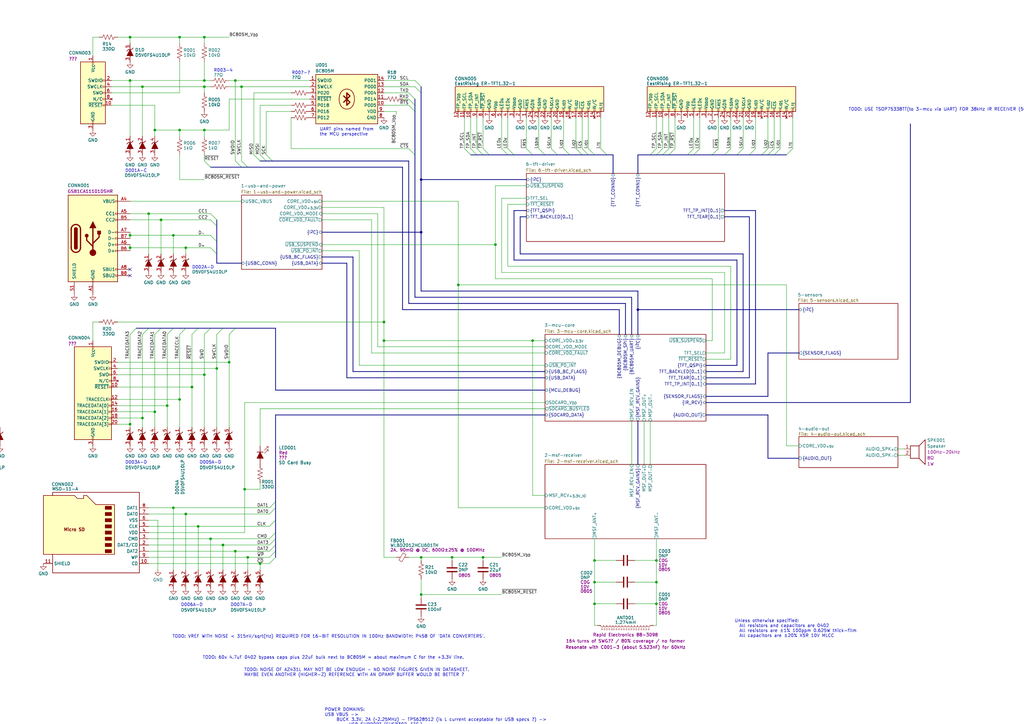
<source format=kicad_sch>
(kicad_sch (version 20230121) (generator eeschema)
  (paper "A3")
  (title_block (title "MSF Owl Clock - Overview") (rev "0.1") (company "Pete Restall <pete@restall.net>"))
  (bus_alias "AUDIO_OUT" (members "AMP_IN" "AMP_EN"))
  (bus_alias "BC805M_SPI" (members "~{MCU_BLE_SS}" "MISO" "MOSI" "SCK"))
  (bus_alias "BC805M_UART" (members "TXD" "RXD" "~{CTS}" "~{RTS}"))
  (bus_alias "I^{2}C" (members "SCL" "SDA"))
  (bus_alias "SDCARD_DATA" (members "DAT[0..3]" "CMD" "CLK" "~{WP}" "~{CD}"))
  (bus_alias "TFT_CONN1" (members "TP_SCL" "TP_SDA" "TP_INT" "~{TP_{RST}}" "LED_{A}" "LED_{K}" "~{L_{RES}}" "L_{SDIN}" "L_{SCLK}" "L_{IO[1..3]}" "~{L_{CS}}" "L_{TE}"))
  (bus_alias "USBC_CONN" (members "CC[1..2]" "D_{+}" "D_{-}" "SBU[1..2]"))
  (bus_alias "USB_BC_FLAGS" (members "~{CHARGING_ALLOWED}" "~{CHARGER_DETECTED}" "~{HAS_DATA}"))
  (junction (at 66.04 90.17))
  (junction (at 73.66 163.83))
  (junction (at 198.12 228.6))
  (junction (at 81.28 215.9))
  (junction (at 203.2 100.33))
  (junction (at 106.68 231.14))
  (junction (at 58.42 171.45))
  (junction (at 76.2 101.6))
  (junction (at 243.84 238.76))
  (junction (at 172.72 228.6))
  (junction (at 185.42 228.6))
  (junction (at 100.33 200.66))
  (junction (at 83.82 53.34))
  (junction (at 243.84 247.65))
  (junction (at 172.72 95.25))
  (junction (at 53.34 33.02))
  (junction (at 83.82 153.67))
  (junction (at 76.2 210.82))
  (junction (at 88.9 151.13))
  (junction (at 78.74 158.75))
  (junction (at 96.52 33.02))
  (junction (at 269.24 238.76))
  (junction (at 71.12 96.52))
  (junction (at 93.98 148.59))
  (junction (at 63.5 168.91))
  (junction (at 68.58 166.37))
  (junction (at 172.72 243.84))
  (junction (at 53.34 96.52))
  (junction (at 269.24 229.87))
  (junction (at 218.44 139.7))
  (junction (at 71.12 208.28))
  (junction (at 83.82 35.56))
  (junction (at 83.82 15.24))
  (junction (at 261.62 127))
  (junction (at 101.6 228.6))
  (junction (at 73.66 15.24))
  (junction (at 91.44 223.52))
  (junction (at 243.84 229.87))
  (junction (at 73.66 53.34))
  (junction (at 63.5 53.34))
  (junction (at 53.34 173.99))
  (junction (at 269.24 247.65))
  (junction (at 99.06 35.56))
  (junction (at 58.42 35.56))
  (junction (at 172.72 73.66))
  (junction (at 83.82 33.02))
  (junction (at 157.48 132.08))
  (junction (at 157.48 139.7))
  (junction (at 60.96 87.63))
  (junction (at 86.36 220.98))
  (junction (at 53.34 15.24))
  (junction (at 53.34 101.6))
  (junction (at 187.96 116.84))
  (junction (at 96.52 226.06))
  (no_connect (at 53.34 110.49))
  (no_connect (at 53.34 113.03))
  (bus_entry (at 198.12 63.5) (size -2.54 -2.54))
  (bus_entry (at 88.9 90.17) (size -2.54 -2.54))
  (bus_entry (at 113.03 213.36) (size -2.54 2.54))
  (bus_entry (at 223.52 63.5) (size -2.54 -2.54))
  (bus_entry (at 271.78 63.5) (size 2.54 -2.54))
  (bus_entry (at 86.36 134.62) (size -2.54 2.54))
  (bus_entry (at 243.84 63.5) (size -2.54 -2.54))
  (bus_entry (at 81.28 134.62) (size -2.54 2.54))
  (bus_entry (at 76.2 134.62) (size -2.54 2.54))
  (bus_entry (at 113.03 226.06) (size -2.54 2.54))
  (bus_entry (at 172.72 35.56) (size -2.54 -2.54))
  (bus_entry (at 210.82 63.5) (size -2.54 -2.54))
  (bus_entry (at 284.48 63.5) (size 2.54 -2.54))
  (bus_entry (at 228.6 63.5) (size -2.54 -2.54))
  (bus_entry (at 266.7 63.5) (size 2.54 -2.54))
  (bus_entry (at 170.18 45.72) (size -2.54 -2.54))
  (bus_entry (at 113.03 220.98) (size -2.54 2.54))
  (bus_entry (at 113.03 228.6) (size -2.54 2.54))
  (bus_entry (at 66.04 134.62) (size -2.54 2.54))
  (bus_entry (at 233.68 63.5) (size -2.54 -2.54))
  (bus_entry (at 241.3 63.5) (size -2.54 -2.54))
  (bus_entry (at 86.36 68.58) (size -2.54 -2.54))
  (bus_entry (at 208.28 63.5) (size -2.54 -2.54))
  (bus_entry (at 91.44 134.62) (size -2.54 2.54))
  (bus_entry (at 292.1 63.5) (size 2.54 -2.54))
  (bus_entry (at 101.6 68.58) (size -2.54 -2.54))
  (bus_entry (at 113.03 223.52) (size -2.54 2.54))
  (bus_entry (at 170.18 63.5) (size -2.54 -2.54))
  (bus_entry (at 170.18 43.18) (size -2.54 -2.54))
  (bus_entry (at 96.52 134.62) (size -2.54 2.54))
  (bus_entry (at 281.94 63.5) (size 2.54 -2.54))
  (bus_entry (at 238.76 63.5) (size -2.54 -2.54))
  (bus_entry (at 302.26 63.5) (size 2.54 -2.54))
  (bus_entry (at 55.88 134.62) (size -2.54 2.54))
  (bus_entry (at 218.44 63.5) (size -2.54 -2.54))
  (bus_entry (at 322.58 63.5) (size 2.54 -2.54))
  (bus_entry (at 297.18 63.5) (size 2.54 -2.54))
  (bus_entry (at 269.24 63.5) (size 2.54 -2.54))
  (bus_entry (at 307.34 63.5) (size 2.54 -2.54))
  (bus_entry (at 113.03 205.74) (size -2.54 2.54))
  (bus_entry (at 248.92 63.5) (size -2.54 -2.54))
  (bus_entry (at 88.9 92.71) (size -2.54 -2.54))
  (bus_entry (at 111.76 66.04) (size -2.54 -2.54))
  (bus_entry (at 113.03 208.28) (size -2.54 2.54))
  (bus_entry (at 317.5 63.5) (size 2.54 -2.54))
  (bus_entry (at 170.18 40.64) (size -2.54 -2.54))
  (bus_entry (at 314.96 63.5) (size 2.54 -2.54))
  (bus_entry (at 71.12 134.62) (size -2.54 2.54))
  (bus_entry (at 109.22 66.04) (size -2.54 -2.54))
  (bus_entry (at 99.06 68.58) (size -2.54 -2.54))
  (bus_entry (at 193.04 63.5) (size -2.54 -2.54))
  (bus_entry (at 312.42 63.5) (size 2.54 -2.54))
  (bus_entry (at 88.9 104.14) (size -2.54 -2.54))
  (bus_entry (at 200.66 63.5) (size -2.54 -2.54))
  (bus_entry (at 195.58 63.5) (size -2.54 -2.54))
  (bus_entry (at 106.68 66.04) (size -2.54 -2.54))
  (bus_entry (at 113.03 218.44) (size -2.54 2.54))
  (bus_entry (at 172.72 38.1) (size -2.54 -2.54))
  (bus_entry (at 60.96 134.62) (size -2.54 2.54))
  (bus_entry (at 88.9 99.06) (size -2.54 -2.54))
  (bus_entry (at 274.32 63.5) (size 2.54 -2.54))
  (wire (pts (xy 218.44 139.7) (xy 223.52 139.7)))
  (wire (pts (xy 162.56 45.72) (xy 157.48 45.72)))
  (wire (pts (xy 83.82 153.67) (xy 83.82 175.26)))
  (bus (pts (xy 307.34 88.9) (xy 297.18 88.9)))
  (bus (pts (xy 213.36 88.9) (xy 213.36 104.14)))
  (wire (pts (xy 231.14 48.26) (xy 231.14 60.96)))
  (wire (pts (xy 71.12 96.52) (xy 86.36 96.52)))
  (bus (pts (xy 289.56 165.1) (xy 373.38 165.1)))
  (bus (pts (xy 113.03 170.18) (xy 113.03 205.74)))
  (bus (pts (xy 215.9 88.9) (xy 213.36 88.9)))
  (bus (pts (xy 223.52 63.5) (xy 228.6 63.5)))
  (wire (pts (xy 304.8 48.26) (xy 304.8 60.96)))
  (wire (pts (xy 193.04 48.26) (xy 193.04 60.96)))
  (bus (pts (xy 284.48 63.5) (xy 292.1 63.5)))
  (wire (pts (xy 243.84 238.76) (xy 243.84 247.65)))
  (wire (pts (xy 185.42 228.6) (xy 185.42 229.87)))
  (wire (pts (xy 78.74 158.75) (xy 78.74 175.26)))
  (bus (pts (xy 307.34 63.5) (xy 312.42 63.5)))
  (wire (pts (xy 269.24 220.98) (xy 269.24 229.87)))
  (wire (pts (xy 162.56 46.99) (xy 162.56 45.72)))
  (wire (pts (xy 208.28 48.26) (xy 208.28 60.96)))
  (wire (pts (xy 172.72 243.84) (xy 205.74 243.84)))
  (wire (pts (xy 218.44 139.7) (xy 218.44 203.2)))
  (bus (pts (xy 113.03 208.28) (xy 113.03 213.36)))
  (wire (pts (xy 325.12 48.26) (xy 325.12 60.96)))
  (wire (pts (xy 259.08 172.72) (xy 259.08 190.5)))
  (wire (pts (xy 83.82 35.56) (xy 83.82 38.1)))
  (wire (pts (xy 53.34 137.16) (xy 53.34 173.99)))
  (wire (pts (xy 63.5 53.34) (xy 63.5 55.88)))
  (wire (pts (xy 88.9 137.16) (xy 88.9 151.13)))
  (wire (pts (xy 68.58 166.37) (xy 68.58 175.26)))
  (wire (pts (xy 172.72 228.6) (xy 172.72 229.87)))
  (bus (pts (xy 113.03 218.44) (xy 113.03 220.98)))
  (bus (pts (xy 193.04 63.5) (xy 195.58 63.5)))
  (bus (pts (xy 248.92 63.5) (xy 251.46 63.5)))
  (wire (pts (xy 172.72 228.6) (xy 185.42 228.6)))
  (wire (pts (xy 190.5 48.26) (xy 190.5 60.96)))
  (wire (pts (xy 96.52 33.02) (xy 127 33.02)))
  (bus (pts (xy 167.64 66.04) (xy 111.76 66.04)))
  (wire (pts (xy 215.9 48.26) (xy 215.9 60.96)))
  (wire (pts (xy 152.4 144.78) (xy 223.52 144.78)))
  (wire (pts (xy 162.56 228.6) (xy 157.48 228.6)))
  (bus (pts (xy 269.24 63.5) (xy 271.78 63.5)))
  (wire (pts (xy 63.5 168.91) (xy 63.5 175.26)))
  (bus (pts (xy 241.3 63.5) (xy 243.84 63.5)))
  (wire (pts (xy 45.72 35.56) (xy 58.42 35.56)))
  (bus (pts (xy 172.72 95.25) (xy 172.72 119.38)))
  (wire (pts (xy 274.32 48.26) (xy 274.32 60.96)))
  (bus (pts (xy 307.34 88.9) (xy 307.34 154.94)))
  (wire (pts (xy 157.48 139.7) (xy 218.44 139.7)))
  (wire (pts (xy 320.04 48.26) (xy 320.04 60.96)))
  (wire (pts (xy 185.42 228.6) (xy 198.12 228.6)))
  (wire (pts (xy 314.96 48.26) (xy 314.96 60.96)))
  (wire (pts (xy 48.26 158.75) (xy 78.74 158.75)))
  (wire (pts (xy 63.5 137.16) (xy 63.5 168.91)))
  (wire (pts (xy 48.26 171.45) (xy 58.42 171.45)))
  (bus (pts (xy 55.88 134.62) (xy 60.96 134.62)))
  (wire (pts (xy 203.2 76.2) (xy 203.2 100.33)))
  (wire (pts (xy 299.72 48.26) (xy 299.72 60.96)))
  (wire (pts (xy 132.08 100.33) (xy 203.2 100.33)))
  (wire (pts (xy 83.82 137.16) (xy 83.82 153.67)))
  (wire (pts (xy 238.76 48.26) (xy 238.76 60.96)))
  (bus (pts (xy 167.64 124.46) (xy 167.64 66.04)))
  (wire (pts (xy 100.33 200.66) (xy 100.33 218.44)))
  (wire (pts (xy 83.82 15.24) (xy 93.98 15.24)))
  (wire (pts (xy 73.66 25.4) (xy 73.66 38.1)))
  (wire (pts (xy 269.24 256.54) (xy 267.97 256.54)))
  (bus (pts (xy 96.52 134.62) (xy 113.03 134.62)))
  (wire (pts (xy 309.88 48.26) (xy 309.88 60.96)))
  (wire (pts (xy 269.24 48.26) (xy 269.24 60.96)))
  (wire (pts (xy 60.96 218.44) (xy 100.33 218.44)))
  (bus (pts (xy 309.88 157.48) (xy 309.88 86.36)))
  (bus (pts (xy 86.36 68.58) (xy 99.06 68.58)))
  (bus (pts (xy 289.56 149.86) (xy 302.26 149.86)))
  (wire (pts (xy 60.96 87.63) (xy 86.36 87.63)))
  (wire (pts (xy 48.26 15.24) (xy 53.34 15.24)))
  (bus (pts (xy 172.72 38.1) (xy 172.72 73.66)))
  (bus (pts (xy 256.54 124.46) (xy 167.64 124.46)))
  (bus (pts (xy 86.36 134.62) (xy 91.44 134.62)))
  (wire (pts (xy 53.34 96.52) (xy 53.34 97.79)))
  (bus (pts (xy 314.96 144.78) (xy 314.96 162.56)))
  (wire (pts (xy 101.6 228.6) (xy 101.6 233.68)))
  (wire (pts (xy 60.96 231.14) (xy 106.68 231.14)))
  (bus (pts (xy 297.18 63.5) (xy 302.26 63.5)))
  (wire (pts (xy 106.68 200.66) (xy 100.33 200.66)))
  (bus (pts (xy 113.03 170.18) (xy 223.52 170.18)))
  (wire (pts (xy 147.32 102.87) (xy 147.32 149.86)))
  (wire (pts (xy 104.14 38.1) (xy 119.38 38.1)))
  (wire (pts (xy 93.98 148.59) (xy 93.98 175.26)))
  (bus (pts (xy 172.72 73.66) (xy 172.72 95.25)))
  (bus (pts (xy 200.66 63.5) (xy 208.28 63.5)))
  (wire (pts (xy 73.66 137.16) (xy 73.66 163.83)))
  (wire (pts (xy 198.12 229.87) (xy 198.12 228.6)))
  (bus (pts (xy 317.5 63.5) (xy 322.58 63.5)))
  (wire (pts (xy 269.24 229.87) (xy 269.24 238.76)))
  (wire (pts (xy 64.77 213.36) (xy 60.96 213.36)))
  (bus (pts (xy 259.08 137.16) (xy 259.08 121.92)))
  (wire (pts (xy 289.56 144.78) (xy 297.18 144.78)))
  (wire (pts (xy 53.34 33.02) (xy 83.82 33.02)))
  (wire (pts (xy 157.48 139.7) (xy 157.48 228.6)))
  (wire (pts (xy 53.34 96.52) (xy 53.34 95.25)))
  (bus (pts (xy 289.56 162.56) (xy 314.96 162.56)))
  (bus (pts (xy 88.9 90.17) (xy 88.9 92.71)))
  (wire (pts (xy 53.34 96.52) (xy 71.12 96.52)))
  (wire (pts (xy 241.3 48.26) (xy 241.3 60.96)))
  (wire (pts (xy 83.82 15.24) (xy 83.82 17.78)))
  (bus (pts (xy 113.03 220.98) (xy 113.03 223.52)))
  (bus (pts (xy 238.76 63.5) (xy 241.3 63.5)))
  (wire (pts (xy 208.28 83.82) (xy 208.28 109.22)))
  (wire (pts (xy 88.9 151.13) (xy 88.9 175.26)))
  (wire (pts (xy 187.96 82.55) (xy 187.96 116.84)))
  (wire (pts (xy 73.66 163.83) (xy 73.66 175.26)))
  (bus (pts (xy 302.26 63.5) (xy 307.34 63.5)))
  (wire (pts (xy 157.48 43.18) (xy 167.64 43.18)))
  (bus (pts (xy 66.04 134.62) (xy 71.12 134.62)))
  (wire (pts (xy 45.72 38.1) (xy 73.66 38.1)))
  (wire (pts (xy 119.38 60.96) (xy 119.38 48.26)))
  (bus (pts (xy 292.1 63.5) (xy 297.18 63.5)))
  (wire (pts (xy 154.94 142.24) (xy 154.94 87.63)))
  (wire (pts (xy 101.6 228.6) (xy 110.49 228.6)))
  (wire (pts (xy 63.5 53.34) (xy 63.5 43.18)))
  (wire (pts (xy 205.74 81.28) (xy 215.9 81.28)))
  (wire (pts (xy 48.26 153.67) (xy 83.82 153.67)))
  (wire (pts (xy 109.22 63.5) (xy 109.22 45.72)))
  (bus (pts (xy 327.66 144.78) (xy 314.96 144.78)))
  (wire (pts (xy 246.38 48.26) (xy 246.38 60.96)))
  (wire (pts (xy 99.06 35.56) (xy 127 35.56)))
  (wire (pts (xy 205.74 48.26) (xy 205.74 60.96)))
  (bus (pts (xy 71.12 134.62) (xy 76.2 134.62)))
  (wire (pts (xy 106.68 167.64) (xy 223.52 167.64)))
  (wire (pts (xy 53.34 101.6) (xy 53.34 100.33)))
  (wire (pts (xy 106.68 231.14) (xy 106.68 233.68)))
  (wire (pts (xy 38.1 132.08) (xy 38.1 139.7)))
  (bus (pts (xy 259.08 121.92) (xy 170.18 121.92)))
  (wire (pts (xy 299.72 109.22) (xy 299.72 147.32)))
  (wire (pts (xy 99.06 35.56) (xy 99.06 66.04)))
  (wire (pts (xy 284.48 48.26) (xy 284.48 60.96)))
  (bus (pts (xy 228.6 63.5) (xy 233.68 63.5)))
  (wire (pts (xy 269.24 238.76) (xy 260.35 238.76)))
  (bus (pts (xy 210.82 106.68) (xy 302.26 106.68)))
  (wire (pts (xy 58.42 35.56) (xy 58.42 55.88)))
  (wire (pts (xy 327.66 182.88) (xy 322.58 182.88)))
  (wire (pts (xy 83.82 33.02) (xy 86.36 33.02)))
  (bus (pts (xy 314.96 170.18) (xy 314.96 187.96)))
  (bus (pts (xy 172.72 35.56) (xy 172.72 38.1)))
  (wire (pts (xy 71.12 208.28) (xy 110.49 208.28)))
  (bus (pts (xy 314.96 187.96) (xy 327.66 187.96)))
  (wire (pts (xy 66.04 90.17) (xy 86.36 90.17)))
  (bus (pts (xy 261.62 127) (xy 327.66 127)))
  (wire (pts (xy 243.84 229.87) (xy 243.84 238.76)))
  (bus (pts (xy 142.24 107.95) (xy 132.08 107.95)))
  (wire (pts (xy 106.68 200.66) (xy 106.68 198.12)))
  (wire (pts (xy 106.68 231.14) (xy 110.49 231.14)))
  (bus (pts (xy 198.12 63.5) (xy 200.66 63.5)))
  (bus (pts (xy 144.78 152.4) (xy 223.52 152.4)))
  (wire (pts (xy 106.68 43.18) (xy 119.38 43.18)))
  (wire (pts (xy 109.22 45.72) (xy 119.38 45.72)))
  (wire (pts (xy 93.98 33.02) (xy 96.52 33.02)))
  (bus (pts (xy 302.26 106.68) (xy 302.26 149.86)))
  (wire (pts (xy 322.58 182.88) (xy 322.58 116.84)))
  (bus (pts (xy 213.36 104.14) (xy 304.8 104.14)))
  (wire (pts (xy 60.96 208.28) (xy 71.12 208.28)))
  (wire (pts (xy 73.66 55.88) (xy 73.66 53.34)))
  (wire (pts (xy 58.42 171.45) (xy 58.42 175.26)))
  (bus (pts (xy 261.62 172.72) (xy 261.62 190.5)))
  (wire (pts (xy 368.3 184.15) (xy 370.84 184.15)))
  (bus (pts (xy 218.44 63.5) (xy 223.52 63.5)))
  (bus (pts (xy 60.96 134.62) (xy 66.04 134.62)))
  (bus (pts (xy 142.24 154.94) (xy 142.24 107.95)))
  (bus (pts (xy 256.54 137.16) (xy 256.54 124.46)))
  (wire (pts (xy 53.34 173.99) (xy 48.26 173.99)))
  (wire (pts (xy 223.52 208.28) (xy 187.96 208.28)))
  (wire (pts (xy 63.5 43.18) (xy 45.72 43.18)))
  (bus (pts (xy 88.9 99.06) (xy 88.9 104.14)))
  (wire (pts (xy 53.34 15.24) (xy 53.34 17.78)))
  (wire (pts (xy 60.96 210.82) (xy 76.2 210.82)))
  (wire (pts (xy 292.1 114.3) (xy 203.2 114.3)))
  (bus (pts (xy 261.62 71.12) (xy 261.62 63.5)))
  (wire (pts (xy 167.64 228.6) (xy 172.72 228.6)))
  (wire (pts (xy 91.44 223.52) (xy 110.49 223.52)))
  (bus (pts (xy 142.24 154.94) (xy 223.52 154.94)))
  (wire (pts (xy 81.28 215.9) (xy 81.28 233.68)))
  (wire (pts (xy 203.2 76.2) (xy 215.9 76.2)))
  (wire (pts (xy 78.74 137.16) (xy 78.74 158.75)))
  (bus (pts (xy 165.1 68.58) (xy 165.1 127)))
  (wire (pts (xy 165.1 40.64) (xy 167.64 40.64)))
  (wire (pts (xy 73.66 53.34) (xy 83.82 53.34)))
  (wire (pts (xy 83.82 35.56) (xy 86.36 35.56)))
  (bus (pts (xy 266.7 63.5) (xy 269.24 63.5)))
  (wire (pts (xy 317.5 48.26) (xy 317.5 60.96)))
  (wire (pts (xy 38.1 22.86) (xy 38.1 15.24)))
  (wire (pts (xy 195.58 48.26) (xy 195.58 60.96)))
  (wire (pts (xy 73.66 15.24) (xy 73.66 17.78)))
  (wire (pts (xy 53.34 173.99) (xy 53.34 175.26)))
  (bus (pts (xy 312.42 63.5) (xy 314.96 63.5)))
  (wire (pts (xy 223.52 203.2) (xy 218.44 203.2)))
  (wire (pts (xy 100.33 165.1) (xy 100.33 200.66)))
  (wire (pts (xy 132.08 85.09) (xy 157.48 85.09)))
  (bus (pts (xy 76.2 134.62) (xy 81.28 134.62)))
  (bus (pts (xy 261.62 127) (xy 261.62 137.16)))
  (wire (pts (xy 71.12 208.28) (xy 71.12 233.68)))
  (wire (pts (xy 157.48 85.09) (xy 157.48 132.08)))
  (bus (pts (xy 113.03 160.02) (xy 223.52 160.02)))
  (wire (pts (xy 223.52 142.24) (xy 154.94 142.24)))
  (wire (pts (xy 48.26 148.59) (xy 93.98 148.59)))
  (wire (pts (xy 236.22 48.26) (xy 236.22 60.96)))
  (wire (pts (xy 83.82 53.34) (xy 93.98 53.34)))
  (wire (pts (xy 266.7 172.72) (xy 266.7 190.5)))
  (wire (pts (xy 73.66 15.24) (xy 83.82 15.24)))
  (wire (pts (xy 83.82 25.4) (xy 83.82 33.02)))
  (wire (pts (xy 53.34 90.17) (xy 66.04 90.17)))
  (wire (pts (xy 269.24 238.76) (xy 269.24 247.65)))
  (wire (pts (xy 83.82 66.04) (xy 83.82 63.5)))
  (wire (pts (xy 53.34 33.02) (xy 53.34 55.88)))
  (bus (pts (xy 289.56 170.18) (xy 314.96 170.18)))
  (wire (pts (xy 40.64 132.08) (xy 38.1 132.08)))
  (bus (pts (xy 81.28 134.62) (xy 86.36 134.62)))
  (bus (pts (xy 113.03 226.06) (xy 113.03 228.6)))
  (wire (pts (xy 294.64 48.26) (xy 294.64 60.96)))
  (bus (pts (xy 132.08 95.25) (xy 172.72 95.25)))
  (wire (pts (xy 93.98 137.16) (xy 93.98 148.59)))
  (wire (pts (xy 205.74 111.76) (xy 205.74 81.28)))
  (wire (pts (xy 292.1 114.3) (xy 292.1 139.7)))
  (bus (pts (xy 251.46 63.5) (xy 251.46 71.12)))
  (wire (pts (xy 58.42 137.16) (xy 58.42 171.45)))
  (wire (pts (xy 68.58 137.16) (xy 68.58 166.37)))
  (wire (pts (xy 96.52 226.06) (xy 96.52 233.68)))
  (wire (pts (xy 297.18 111.76) (xy 205.74 111.76)))
  (bus (pts (xy 109.22 66.04) (xy 106.68 66.04)))
  (wire (pts (xy 96.52 226.06) (xy 110.49 226.06)))
  (bus (pts (xy 101.6 68.58) (xy 165.1 68.58)))
  (wire (pts (xy 48.26 132.08) (xy 157.48 132.08)))
  (wire (pts (xy 271.78 48.26) (xy 271.78 60.96)))
  (bus (pts (xy 261.62 63.5) (xy 266.7 63.5)))
  (bus (pts (xy 88.9 104.14) (xy 88.9 107.95)))
  (wire (pts (xy 167.64 60.96) (xy 119.38 60.96)))
  (wire (pts (xy 243.84 220.98) (xy 243.84 229.87)))
  (wire (pts (xy 157.48 33.02) (xy 170.18 33.02)))
  (bus (pts (xy 289.56 157.48) (xy 309.88 157.48)))
  (bus (pts (xy 113.03 223.52) (xy 113.03 226.06)))
  (bus (pts (xy 172.72 73.66) (xy 215.9 73.66)))
  (wire (pts (xy 60.96 87.63) (xy 60.96 104.14)))
  (wire (pts (xy 73.66 163.83) (xy 48.26 163.83)))
  (wire (pts (xy 60.96 226.06) (xy 96.52 226.06)))
  (wire (pts (xy 60.96 223.52) (xy 91.44 223.52)))
  (wire (pts (xy 93.98 40.64) (xy 93.98 53.34)))
  (wire (pts (xy 48.26 166.37) (xy 68.58 166.37)))
  (wire (pts (xy 147.32 149.86) (xy 223.52 149.86)))
  (wire (pts (xy 104.14 38.1) (xy 104.14 63.5)))
  (bus (pts (xy 243.84 63.5) (xy 248.92 63.5)))
  (bus (pts (xy 281.94 63.5) (xy 284.48 63.5)))
  (bus (pts (xy 274.32 63.5) (xy 281.94 63.5)))
  (bus (pts (xy 289.56 154.94) (xy 307.34 154.94)))
  (wire (pts (xy 264.16 172.72) (xy 264.16 190.5)))
  (wire (pts (xy 243.84 247.65) (xy 252.73 247.65)))
  (bus (pts (xy 261.62 127) (xy 261.62 119.38)))
  (wire (pts (xy 243.84 247.65) (xy 243.84 256.54)))
  (wire (pts (xy 297.18 144.78) (xy 297.18 111.76)))
  (wire (pts (xy 203.2 114.3) (xy 203.2 100.33)))
  (wire (pts (xy 63.5 168.91) (xy 48.26 168.91)))
  (wire (pts (xy 368.3 186.69) (xy 370.84 186.69)))
  (wire (pts (xy 269.24 247.65) (xy 269.24 256.54)))
  (wire (pts (xy 60.96 87.63) (xy 53.34 87.63)))
  (bus (pts (xy 132.08 105.41) (xy 144.78 105.41)))
  (wire (pts (xy 81.28 215.9) (xy 110.49 215.9)))
  (wire (pts (xy 58.42 35.56) (xy 83.82 35.56)))
  (bus (pts (xy 170.18 43.18) (xy 170.18 45.72)))
  (wire (pts (xy 93.98 35.56) (xy 99.06 35.56)))
  (bus (pts (xy 170.18 45.72) (xy 170.18 63.5)))
  (wire (pts (xy 198.12 48.26) (xy 198.12 60.96)))
  (bus (pts (xy 170.18 63.5) (xy 170.18 121.92)))
  (wire (pts (xy 60.96 228.6) (xy 101.6 228.6)))
  (wire (pts (xy 53.34 82.55) (xy 99.06 82.55)))
  (bus (pts (xy 297.18 86.36) (xy 309.88 86.36)))
  (wire (pts (xy 157.48 38.1) (xy 167.64 38.1)))
  (wire (pts (xy 45.72 33.02) (xy 53.34 33.02)))
  (wire (pts (xy 76.2 101.6) (xy 86.36 101.6)))
  (wire (pts (xy 260.35 229.87) (xy 269.24 229.87)))
  (wire (pts (xy 76.2 210.82) (xy 110.49 210.82)))
  (bus (pts (xy 165.1 127) (xy 254 127)))
  (bus (pts (xy 91.44 134.62) (xy 96.52 134.62)))
  (bus (pts (xy 210.82 63.5) (xy 218.44 63.5)))
  (bus (pts (xy 215.9 86.36) (xy 210.82 86.36)))
  (wire (pts (xy 86.36 220.98) (xy 86.36 233.68)))
  (bus (pts (xy 304.8 104.14) (xy 304.8 152.4)))
  (bus (pts (xy 195.58 63.5) (xy 198.12 63.5)))
  (wire (pts (xy 208.28 109.22) (xy 299.72 109.22)))
  (wire (pts (xy 60.96 220.98) (xy 86.36 220.98)))
  (bus (pts (xy 314.96 63.5) (xy 317.5 63.5)))
  (wire (pts (xy 289.56 147.32) (xy 299.72 147.32)))
  (bus (pts (xy 271.78 63.5) (xy 274.32 63.5)))
  (wire (pts (xy 100.33 165.1) (xy 223.52 165.1)))
  (bus (pts (xy 113.03 160.02) (xy 113.03 134.62)))
  (wire (pts (xy 226.06 48.26) (xy 226.06 60.96)))
  (wire (pts (xy 132.08 102.87) (xy 147.32 102.87)))
  (wire (pts (xy 132.08 82.55) (xy 187.96 82.55)))
  (wire (pts (xy 106.68 63.5) (xy 106.68 43.18)))
  (bus (pts (xy 210.82 86.36) (xy 210.82 106.68)))
  (wire (pts (xy 157.48 132.08) (xy 157.48 139.7)))
  (wire (pts (xy 83.82 73.66) (xy 73.66 73.66)))
  (wire (pts (xy 66.04 90.17) (xy 66.04 104.14)))
  (wire (pts (xy 96.52 33.02) (xy 96.52 66.04)))
  (wire (pts (xy 76.2 101.6) (xy 76.2 104.14)))
  (wire (pts (xy 63.5 53.34) (xy 73.66 53.34)))
  (wire (pts (xy 53.34 15.24) (xy 73.66 15.24)))
  (wire (pts (xy 132.08 90.17) (xy 152.4 90.17)))
  (wire (pts (xy 287.02 48.26) (xy 287.02 60.96)))
  (wire (pts (xy 243.84 238.76) (xy 252.73 238.76)))
  (wire (pts (xy 93.98 40.64) (xy 127 40.64)))
  (wire (pts (xy 53.34 101.6) (xy 53.34 102.87)))
  (wire (pts (xy 260.35 247.65) (xy 269.24 247.65)))
  (bus (pts (xy 373.38 50.8) (xy 373.38 165.1)))
  (wire (pts (xy 198.12 228.6) (xy 205.74 228.6)))
  (wire (pts (xy 187.96 116.84) (xy 187.96 208.28)))
  (bus (pts (xy 113.03 205.74) (xy 113.03 208.28)))
  (bus (pts (xy 88.9 92.71) (xy 88.9 99.06)))
  (wire (pts (xy 152.4 90.17) (xy 152.4 144.78)))
  (bus (pts (xy 144.78 152.4) (xy 144.78 105.41)))
  (wire (pts (xy 60.96 215.9) (xy 81.28 215.9)))
  (bus (pts (xy 111.76 66.04) (xy 109.22 66.04)))
  (wire (pts (xy 106.68 182.88) (xy 106.68 167.64)))
  (bus (pts (xy 88.9 107.95) (xy 99.06 107.95)))
  (wire (pts (xy 172.72 237.49) (xy 172.72 243.84)))
  (wire (pts (xy 276.86 48.26) (xy 276.86 60.96)))
  (wire (pts (xy 38.1 15.24) (xy 40.64 15.24)))
  (wire (pts (xy 289.56 139.7) (xy 292.1 139.7)))
  (wire (pts (xy 48.26 151.13) (xy 88.9 151.13)))
  (wire (pts (xy 243.84 256.54) (xy 245.11 256.54)))
  (wire (pts (xy 83.82 55.88) (xy 83.82 53.34)))
  (bus (pts (xy 254 137.16) (xy 254 127)))
  (wire (pts (xy 220.98 48.26) (xy 220.98 60.96)))
  (wire (pts (xy 53.34 101.6) (xy 76.2 101.6)))
  (bus (pts (xy 208.28 63.5) (xy 210.82 63.5)))
  (wire (pts (xy 157.48 35.56) (xy 170.18 35.56)))
  (wire (pts (xy 243.84 229.87) (xy 252.73 229.87)))
  (bus (pts (xy 172.72 119.38) (xy 261.62 119.38)))
  (bus (pts (xy 170.18 40.64) (xy 170.18 43.18)))
  (wire (pts (xy 154.94 87.63) (xy 132.08 87.63)))
  (wire (pts (xy 208.28 83.82) (xy 215.9 83.82)))
  (wire (pts (xy 322.58 116.84) (xy 187.96 116.84)))
  (wire (pts (xy 73.66 73.66) (xy 73.66 63.5)))
  (wire (pts (xy 71.12 96.52) (xy 71.12 104.14)))
  (bus (pts (xy 113.03 213.36) (xy 113.03 218.44)))
  (bus (pts (xy 233.68 63.5) (xy 238.76 63.5)))
  (wire (pts (xy 86.36 220.98) (xy 110.49 220.98)))
  (bus (pts (xy 289.56 152.4) (xy 304.8 152.4)))
  (wire (pts (xy 91.44 223.52) (xy 91.44 233.68)))
  (wire (pts (xy 64.77 233.68) (xy 64.77 213.36)))
  (wire (pts (xy 172.72 243.84) (xy 172.72 245.11)))
  (wire (pts (xy 76.2 210.82) (xy 76.2 233.68)))
  (bus (pts (xy 99.06 68.58) (xy 101.6 68.58)))
  (text "D006A-D" (at 74.168 248.92 0) (effects (font (size 1.27 1.27)) (justify left bottom)))
  (text "D002A-D" (at 78.74 110.49 0) (effects (font (size 1.27 1.27)) (justify left bottom)))
  (text "D001A-C" (at 51.308 70.866 0) (effects (font (size 1.27 1.27)) (justify left bottom)))
  (text "TODO: VREF WITH NOISE < 315nV/sqrt(Hz) REQUIRED FOR 16-BIT RESOLUTION IN 100Hz BANDWIDTH; P458 OF 'DATA CONVERTERS'." (at 70.612 261.874 0) (effects (font (size 1.27 1.27)) (justify left bottom)))
  (text "UART pins named from\nthe MCU perspective" (at 131.064 55.88 0) (effects (font (size 1.27 1.27)) (justify left bottom)))
  (text "TODO: NOISE OF AZ431L MAY NOT BE LOW ENOUGH - NO NOISE FIGURES GIVEN IN DATASHEET.\nMAYBE EVEN ANOTHER (HIGHER-Z) REFERENCE WITH AN OPAMP BUFFER WOULD BE BETTER ?" (at 100.076 277.622 0) (effects (font (size 1.27 1.27)) (justify left bottom)))
  (text "TODO: 2x Push-Buttons (to 3-mcu)" (at 308.864 -54.864 0) (effects (font (size 1.27 1.27)) (justify left bottom)))
  (text "TODO: USE TSOP75338TT(to 3-mcu via UART) FOR 38kHz IR RECEIVER (500uA current) - MAKE THIS TOGGLEABLE (SUPPLIED BY AN I/O PIN) TO SAVE ON CURRENT IN STANDBY MODE (IE. NO REMOTE WAKEUP BY IR) - PULL-UP MUST NOT EXCEED THE SENSOR'S VDD RAIL !\n" (at 347.98 45.72 0) (effects (font (size 1.27 1.27)) (justify left bottom)))
  (text "Unless otherwise specified:\n  All resistors and capacitors are 0402\n  All resistors are ±1% 100ppm 0.625W thick-film\n  All capacitors are ±20% X5R 10V MLCC " (at 301.244 261.62 0) (effects (font (size 1.27 1.27)) (justify left bottom)))
  (text "D005A-D" (at 81.788 190.5 0) (effects (font (size 1.27 1.27)) (justify left bottom)))
  (text "D007A-D" (at 94.488 248.92 0) (effects (font (size 1.27 1.27)) (justify left bottom)))
  (text "R003-4" (at 87.63 29.718 0) (effects (font (size 1.27 1.27)) (justify left bottom)))
  (text "D004B-D" (at -12.446 190.5 0) (effects (font (size 1.27 1.27)) (justify left bottom)))
  (text "POWER DOMAINS:\nUSB VBUS ->\n	BUCK 3.3V, 2A (~2.25MHz) - TPS628512 (is L current acceptable for USB specs ?) ->\n		USB SUPPORT (FUSB302, ETC.)\n		MCU\n		BC805M\n		TFT\n		LDO 2.8V ->\n			SENSORS\n		LOAD SWITCH ->\n			SD Card\n		LOAD SWITCH ->\n			Audio\n	LDO 3.6V ->\n		MSF RECEIVER" (at 133.096 320.548 0) (effects (font (size 1.27 1.27)) (justify left bottom)))
  (text "TODO: 60x 4.7uF 0402 bypass caps plus 22uF bulk next to BC805M = about maximum C for the +3.3V line." (at 83.058 270.51 0) (effects (font (size 1.27 1.27)) (justify left bottom)))
  (text "R00?-?" (at 119.634 30.734 0) (effects (font (size 1.27 1.27)) (justify left bottom)))
  (text "TODO: ADD PUSH-BUTTON FOR MANUAL RESET OF MCU (PULL ~{RESET} LINE LOW IN {MCU_DEBUG})" (at 11.684 -5.334 0) (effects (font (size 1.27 1.27)) (justify left bottom)))
  (text "D003A-D" (at 51.308 190.5 0) (effects (font (size 1.27 1.27)) (justify left bottom)))
  (label "DAT1" (at 105.41 208.28 0))
  (label "CC2" (at 81.28 90.17 0))
  (label "L_{SDIN}" (at 220.98 60.96 90))
  (label "BC805M_V_{DD}" (at 205.74 228.6 0))
  (label "CMD" (at 105.41 220.98 0))
  (label "D_{-}" (at 81.28 96.52 0))
  (label "TRACEDATA0" (at 68.58 147.32 90))
  (label "TP_SCL" (at 190.5 60.96 90))
  (label "RXD" (at 167.64 40.64 180))
  (label "L_{SDIN}" (at 299.72 60.96 90))
  (label "~{BC805M_RESET}" (at 83.82 73.66 0))
  (label "L_{TE}" (at 246.38 60.96 90))
  (label "D_{+}" (at 81.28 101.6 0))
  (label "TP_SDA" (at 193.04 60.96 90))
  (label "~{RESET}" (at 83.82 66.04 0))
  (label "~{L_{RES}}" (at 215.9 60.96 90))
  (label "~{CTS}" (at 167.64 60.96 180))
  (label "DAT0" (at 105.41 210.82 0))
  (label "L_{IO3}" (at 309.88 60.96 90))
  (label "TXD" (at 167.64 38.1 180))
  (label "SWCLK" (at 88.9 147.32 90))
  (label "MOSI" (at 106.68 63.5 90))
  (label "L_{SCLK}" (at 304.8 60.96 90))
  (label "SCL" (at 167.64 33.02 180))
  (label "~{TP_RST}" (at 276.86 60.96 90))
  (label "TP_INT" (at 274.32 60.96 90))
  (label "DAT3" (at 105.41 223.52 0))
  (label "L_{SCLK}" (at 226.06 60.96 90))
  (label "~{BC805M_RESET}" (at 205.74 243.84 0))
  (label "SCK" (at 109.22 63.5 90))
  (label "SWDIO" (at 93.98 147.32 90))
  (label "CLK" (at 105.41 215.9 0))
  (label "SWCLK" (at 99.06 63.5 90))
  (label "LED_{A}" (at 205.74 60.96 90))
  (label "SWDIO" (at 96.52 63.5 90))
  (label "TRACECLK" (at 73.66 147.32 90))
  (label "L_{IO2}" (at 314.96 60.96 90))
  (label "TP_SCL" (at 269.24 60.96 90))
  (label "TRACEDATA3" (at 53.34 147.32 90))
  (label "L_{IO3}" (at 231.14 60.96 90))
  (label "~{L_{CS}}" (at 317.5 60.96 90))
  (label "SDA" (at 167.64 35.56 180))
  (label "LED_{K}" (at 287.02 60.96 90))
  (label "MISO" (at 104.14 63.5 90))
  (label "~{L_{RES}}" (at 294.64 60.96 90))
  (label "CC1" (at 81.28 87.63 0))
  (label "~{L_{CS}}" (at 238.76 60.96 90))
  (label "~{CD}" (at 105.41 231.14 0))
  (label "L_{TE}" (at 325.12 60.96 90))
  (label "TRACEDATA1" (at 63.5 147.32 90))
  (label "LED_{K}" (at 208.28 60.96 90))
  (label "L_{IO1}" (at 320.04 60.96 90))
  (label "SWO" (at 83.82 147.32 90))
  (label "~{RTS}" (at 167.64 43.18 180))
  (label "BC805M_V_{DD}" (at 162.56 46.99 270))
  (label "~{WP}" (at 105.41 228.6 0))
  (label "TP_INT" (at 195.58 60.96 90))
  (label "TRACEDATA2" (at 58.42 147.32 90))
  (label "LED_{A}" (at 284.48 60.96 90))
  (label "TP_SDA" (at 271.78 60.96 90))
  (label "~{RESET}" (at 78.74 147.32 90))
  (label "DAT2" (at 105.41 226.06 0))
  (label "L_{IO2}" (at 236.22 60.96 90))
  (label "BC805M_V_{DD}" (at 93.98 15.24 0))
  (label "L_{IO1}" (at 241.3 60.96 90))
  (label "~{TP_RST}" (at 198.12 60.96 90))
  (symbol (lib_id "restall-generic-resistors:resistor") (at 161.29 40.64 90) (unit 1)
    (property "Reference" "R18" (at 158.75 29.718 90) (effects (justify right)))
    (property "Value" "??Ω" (at 158.75 31.75 90) (effects (justify right)))
    (property "Footprint" "restall-generic-resistors:nominal-0402-1005" (effects hide))
    (property "Label" "??Ω±1% 0.0625W" (effects hide))
    (property "Tolerance" "±1%" (effects hide))
    (property "PowerRating" "0.0625W" (effects hide))
    (property "TemperatureCoefficient" "±100ppm" (effects hide))
    (property "Construction" "Thick Film" (effects hide))
    (property "Package" "0402" (effects hide))
  )
  (symbol (lib_id "restall-generic-power:GND") (at 83.82 182.88 0) (unit 1)
    (property "Reference" "#PWR054" (effects hide))
    (property "Value" "GND" (at 83.82 187.0131 0))
  )
  (symbol (lib_id "restall-generic-power:GND") (at 68.58 182.88 0) (unit 1)
    (property "Reference" "#PWR052" (effects hide))
    (property "Value" "GND" (at 68.58 187.0131 0))
  )
  (symbol (lib_id "restall-manufacturer-diodes-inc:D5V0FS4U10LP") (at 91.44 237.49 90) (mirror x) (unit 1)
    (property "Reference" "D007" (effects hide))
    (property "Value" "D5V0FS4U10LP" (at 94.488 250.19 90) (effects (justify right)))
    (property "Footprint" "restall-manufacturer-diodes-inc:D5V0FS4U10LP" (effects hide))
    (property "Datasheet" "https://www.diodes.com/assets/Datasheets/D5V0FS4U10LP.pdf" (effects hide))
    (property "Label" "V_{RWM}=5V V_{CL}=6V V_{BR}=7V C_{d}=0.45pF" (effects hide))
    (property "Type" "Zener" (effects hide))
    (property "ReverseStandoffVoltage" "5V" (effects hide))
    (property "BreakdownVoltage" "7V" (effects hide))
    (property "ClampingVoltage" "6V" (effects hide))
    (property "PeakCurrent" "3.5A" (effects hide))
    (property "Capacitance" "0.45pF @ 1MHz" (effects hide))
    (property "Package" "U-DFN2510-10" (effects hide))
    (property "Manufacturer" "Diodes Incorporated" (effects hide))
    (property "ManufacturerPartNumber" "D5V0FS4U10LP" (effects hide))
  )
  (symbol (lib_id "restall-manufacturer-diodes-inc:D5V0FS4U10LP") (at 63.5 179.07 90) (mirror x) (unit 3)
    (property "Reference" "D003" (effects hide))
    (property "Value" "D5V0FS4U10LP" (effects hide))
    (property "Footprint" "restall-manufacturer-diodes-inc:D5V0FS4U10LP" (effects hide))
    (property "Datasheet" "https://www.diodes.com/assets/Datasheets/D5V0FS4U10LP.pdf" (effects hide))
    (property "Label" "V_{RWM}=5V V_{CL}=6V V_{BR}=7V C_{d}=0.45pF" (effects hide))
    (property "Type" "Zener" (effects hide))
    (property "ReverseStandoffVoltage" "5V" (effects hide))
    (property "BreakdownVoltage" "7V" (effects hide))
    (property "ClampingVoltage" "6V" (effects hide))
    (property "PeakCurrent" "3.5A" (effects hide))
    (property "Capacitance" "0.45pF @ 1MHz" (effects hide))
    (property "Package" "U-DFN2510-10" (effects hide))
    (property "Manufacturer" "Diodes Incorporated" (effects hide))
    (property "ManufacturerPartNumber" "D5V0FS4U10LP" (effects hide))
  )
  (symbol (lib_id "restall-manufacturer-cui:MSD-11-A") (at 38.1 218.44 0) (mirror y) (unit 1)
    (property "Reference" "CONN002" (at 30.226 198.628 0) (effects (justify left)))
    (property "Value" "MSD-11-A" (at 32.131 200.533 0) (effects (justify left)))
    (property "Datasheet" "https://www.cuidevices.com/product/resource/msd-11-a.pdf" (effects hide))
    (property "Package" "MSD-11-A" (effects hide))
    (property "Manufacturer" "CUI Devices" (effects hide))
    (property "ManufacturerPartNumber" "MSD-11-A" (effects hide))
  )
  (symbol (lib_id "restall-generic-power:GND") (at 91.44 241.3 0) (unit 1)
    (property "Reference" "#PWR065" (effects hide))
    (property "Value" "GND" (at 91.44 245.4331 0))
  )
  (symbol (lib_id "restall-generic-resistors:resistor") (at 106.68 194.31 0) (unit 1)
    (property "Reference" "R001" (at 107.188 197.612 0) (effects (justify left)))
    (property "Value" "330Ω" (at 107.188 199.644 0) (effects (justify left)))
    (property "Footprint" "restall-generic-resistors:nominal-0402-1005" (effects hide))
    (property "Label" "330Ω±1% 0.0625W" (effects hide))
    (property "Tolerance" "±1%" (effects hide))
    (property "PowerRating" "0.0625W" (effects hide))
    (property "TemperatureCoefficient" "±100ppm" (effects hide))
    (property "Construction" "Thick Film" (effects hide))
    (property "Package" "0402" (effects hide))
  )
  (symbol (lib_id "restall-generic-capacitors:capacitor-unpolarised") (at 172.72 248.92 0) (unit 1)
    (property "Reference" "C23" (at 175.26 247.904 0) (effects (justify left)))
    (property "Value" "100nF" (at 175.26 249.936 0) (effects (justify left)))
    (property "Footprint" "restall-generic-capacitors:unpolarised-nominal-0402-1005" (effects hide))
    (property "Label" "100nF±20% 10V X5R" (effects hide))
    (property "Tolerance" "±20%" (effects hide))
    (property "VoltageRating" "10V" (effects hide))
    (property "TemperatureCoefficient" "X5R" (effects hide))
    (property "Dielectric" "MLCC" (effects hide))
    (property "Package" "0402" (effects hide))
  )
  (symbol (lib_id "restall-generic-power:GND") (at 71.12 111.76 0) (unit 1)
    (property "Reference" "#PWR047" (effects hide))
    (property "Value" "GND" (at 71.12 115.8931 0))
  )
  (symbol (lib_id "restall-manufacturer-diodes-inc:D5V0FS4U10LP") (at 68.58 179.07 90) (mirror x) (unit 4)
    (property "Reference" "D003" (effects hide))
    (property "Value" "D5V0FS4U10LP" (effects hide))
    (property "Footprint" "restall-manufacturer-diodes-inc:D5V0FS4U10LP" (effects hide))
    (property "Datasheet" "https://www.diodes.com/assets/Datasheets/D5V0FS4U10LP.pdf" (effects hide))
    (property "Label" "V_{RWM}=5V V_{CL}=6V V_{BR}=7V C_{d}=0.45pF" (effects hide))
    (property "Type" "Zener" (effects hide))
    (property "ReverseStandoffVoltage" "5V" (effects hide))
    (property "BreakdownVoltage" "7V" (effects hide))
    (property "ClampingVoltage" "6V" (effects hide))
    (property "PeakCurrent" "3.5A" (effects hide))
    (property "Capacitance" "0.45pF @ 1MHz" (effects hide))
    (property "Package" "U-DFN2510-10" (effects hide))
    (property "Manufacturer" "Diodes Incorporated" (effects hide))
    (property "ManufacturerPartNumber" "D5V0FS4U10LP" (effects hide))
  )
  (symbol (lib_id "restall-generic-resistors:resistor") (at 83.82 59.69 0) (unit 1)
    (property "Reference" "R007" (at 85.344 58.674 0) (effects (justify left)))
    (property "Value" "1kΩ" (at 85.344 60.706 0) (effects (justify left)))
    (property "Footprint" "restall-generic-resistors:nominal-0402-1005" (effects hide))
    (property "Label" "1kΩ±1% 0.0625W" (effects hide))
    (property "Tolerance" "±1%" (effects hide))
    (property "PowerRating" "0.0625W" (effects hide))
    (property "TemperatureCoefficient" "±100ppm" (effects hide))
    (property "Construction" "Thick Film" (effects hide))
    (property "Package" "0402" (effects hide))
  )
  (symbol (lib_id "restall-generic-capacitors:capacitor-unpolarised") (at 256.54 247.65 90) (unit 1)
    (property "Reference" "C001" (at 270.002 243.84 90) (effects (justify right)))
    (property "Value" "DNP" (at 270.002 245.745 90) (effects (justify right)))
    (property "Footprint" "restall-generic-capacitors:unpolarised-nominal-0805-2012" (effects hide))
    (property "VoltageRating" "10V" (at 270.002 249.555 90) (effects (justify right)))
    (property "TemperatureCoefficient" "C0G" (at 270.002 247.65 90) (effects (justify right)))
    (property "Dielectric" "MLCC" (effects hide))
    (property "Package" "0805" (at 270.002 251.333 90) (effects (justify right)))
  )
  (symbol (lib_id "restall-generic-resistors:resistor") (at 172.72 233.68 0) (unit 1)
    (property "Reference" "R21" (at 174.244 232.664 0) (effects (justify left)))
    (property "Value" "10kΩ" (at 174.244 234.696 0) (effects (justify left)))
    (property "Footprint" "restall-generic-resistors:nominal-0402-1005" (effects hide))
    (property "Label" "10kΩ±1% 0.0625W" (effects hide))
    (property "Tolerance" "±1%" (effects hide))
    (property "PowerRating" "0.0625W" (effects hide))
    (property "TemperatureCoefficient" "±100ppm" (effects hide))
    (property "Construction" "Thick Film" (effects hide))
    (property "Package" "0402" (effects hide))
  )
  (symbol (lib_id "restall-manufacturer-diodes-inc:D5V0FS4U10LP") (at 83.82 179.07 90) (mirror x) (unit 2)
    (property "Reference" "D005" (effects hide))
    (property "Value" "D5V0FS4U10LP" (effects hide))
    (property "Footprint" "restall-manufacturer-diodes-inc:D5V0FS4U10LP" (effects hide))
    (property "Datasheet" "https://www.diodes.com/assets/Datasheets/D5V0FS4U10LP.pdf" (effects hide))
    (property "Label" "V_{RWM}=5V V_{CL}=6V V_{BR}=7V C_{d}=0.45pF" (effects hide))
    (property "Type" "Zener" (effects hide))
    (property "ReverseStandoffVoltage" "5V" (effects hide))
    (property "BreakdownVoltage" "7V" (effects hide))
    (property "ClampingVoltage" "6V" (effects hide))
    (property "PeakCurrent" "3.5A" (effects hide))
    (property "Capacitance" "0.45pF @ 1MHz" (effects hide))
    (property "Package" "U-DFN2510-10" (effects hide))
    (property "Manufacturer" "Diodes Incorporated" (effects hide))
    (property "ManufacturerPartNumber" "D5V0FS4U10LP" (effects hide))
  )
  (symbol (lib_id "restall-generic-power:GND") (at 228.6 48.26 0) (unit 1)
    (property "Reference" "#PWR030" (effects hide))
    (property "Value" "GND" (at 228.6 52.3931 0))
  )
  (symbol (lib_id "restall-generic-resistors:resistor") (at 123.19 45.72 90) (unit 1)
    (property "Reference" "R17" (effects hide))
    (property "Value" "??Ω" (effects hide))
    (property "Footprint" "restall-generic-resistors:nominal-0402-1005" (effects hide))
    (property "Label" "??Ω±1% 0.0625W" (effects hide))
    (property "Tolerance" "±1%" (effects hide))
    (property "PowerRating" "0.0625W" (effects hide))
    (property "TemperatureCoefficient" "±100ppm" (effects hide))
    (property "Construction" "Thick Film" (effects hide))
    (property "Package" "0402" (effects hide))
  )
  (symbol (lib_id "restall-generic-power:GND") (at 88.9 182.88 0) (unit 1)
    (property "Reference" "#PWR055" (effects hide))
    (property "Value" "GND" (at 88.9 187.0131 0))
  )
  (symbol (lib_id "restall-generic-audio:speaker") (at 375.92 184.15 0) (unit 1)
    (property "Reference" "SPK001" (at 380.238 180.5716 0) (effects (justify left)))
    (property "Value" "Speaker" (at 380.238 182.9958 0) (effects (justify left)))
    (property "FrequencyRange" "100Hz-20kHz" (at 380.238 185.42 0) (effects (justify left)))
    (property "Resistance" "8Ω" (at 380.238 187.8442 0) (effects (justify left)))
    (property "Rating" "1W" (at 380.238 190.2684 0) (effects (justify left)))
  )
  (symbol (lib_id "restall-manufacturer-diodes-inc:D5V0FS4U10LP") (at 71.12 107.95 90) (mirror x) (unit 3)
    (property "Reference" "D002" (effects hide))
    (property "Value" "D5V0FS4U10LP" (effects hide))
    (property "Footprint" "restall-manufacturer-diodes-inc:D5V0FS4U10LP" (effects hide))
    (property "Datasheet" "https://www.diodes.com/assets/Datasheets/D5V0FS4U10LP.pdf" (effects hide))
    (property "Label" "V_{RWM}=5V V_{CL}=6V V_{BR}=7V C_{d}=0.45pF" (effects hide))
    (property "Type" "Zener" (effects hide))
    (property "ReverseStandoffVoltage" "5V" (effects hide))
    (property "BreakdownVoltage" "7V" (effects hide))
    (property "ClampingVoltage" "6V" (effects hide))
    (property "PeakCurrent" "3.5A" (effects hide))
    (property "Capacitance" "0.45pF @ 1MHz" (effects hide))
    (property "Package" "U-DFN2510-10" (effects hide))
    (property "Manufacturer" "Diodes Incorporated" (effects hide))
    (property "ManufacturerPartNumber" "D5V0FS4U10LP" (effects hide))
  )
  (symbol (lib_id "restall-manufacturer-diodes-inc:D5V0FS4U10LP") (at 76.2 107.95 90) (mirror x) (unit 4)
    (property "Reference" "D002" (effects hide))
    (property "Value" "D5V0FS4U10LP" (effects hide))
    (property "Footprint" "restall-manufacturer-diodes-inc:D5V0FS4U10LP" (effects hide))
    (property "Datasheet" "https://www.diodes.com/assets/Datasheets/D5V0FS4U10LP.pdf" (effects hide))
    (property "Label" "V_{RWM}=5V V_{CL}=6V V_{BR}=7V C_{d}=0.45pF" (effects hide))
    (property "Type" "Zener" (effects hide))
    (property "ReverseStandoffVoltage" "5V" (effects hide))
    (property "BreakdownVoltage" "7V" (effects hide))
    (property "ClampingVoltage" "6V" (effects hide))
    (property "PeakCurrent" "3.5A" (effects hide))
    (property "Capacitance" "0.45pF @ 1MHz" (effects hide))
    (property "Package" "U-DFN2510-10" (effects hide))
    (property "Manufacturer" "Diodes Incorporated" (effects hide))
    (property "ManufacturerPartNumber" "D5V0FS4U10LP" (effects hide))
  )
  (symbol (lib_id "restall-manufacturer-diodes-inc:D5V0FS4U10LP") (at 93.98 179.07 90) (mirror x) (unit 4)
    (property "Reference" "D005" (effects hide))
    (property "Value" "D5V0FS4U10LP" (effects hide))
    (property "Footprint" "restall-manufacturer-diodes-inc:D5V0FS4U10LP" (effects hide))
    (property "Datasheet" "https://www.diodes.com/assets/Datasheets/D5V0FS4U10LP.pdf" (effects hide))
    (property "Label" "V_{RWM}=5V V_{CL}=6V V_{BR}=7V C_{d}=0.45pF" (effects hide))
    (property "Type" "Zener" (effects hide))
    (property "ReverseStandoffVoltage" "5V" (effects hide))
    (property "BreakdownVoltage" "7V" (effects hide))
    (property "ClampingVoltage" "6V" (effects hide))
    (property "PeakCurrent" "3.5A" (effects hide))
    (property "Capacitance" "0.45pF @ 1MHz" (effects hide))
    (property "Package" "U-DFN2510-10" (effects hide))
    (property "Manufacturer" "Diodes Incorporated" (effects hide))
    (property "ManufacturerPartNumber" "D5V0FS4U10LP" (effects hide))
  )
  (symbol (lib_id "restall-generic-power:GND") (at 93.98 182.88 0) (unit 1)
    (property "Reference" "#PWR056" (effects hide))
    (property "Value" "GND" (at 93.98 187.0131 0))
  )
  (symbol (lib_id "restall-generic-power:GND") (at 96.52 241.3 0) (unit 1)
    (property "Reference" "#PWR066" (effects hide))
    (property "Value" "GND" (at 96.52 245.4331 0))
  )
  (symbol (lib_id "restall-generic-power:GND") (at 106.68 241.3 0) (unit 1)
    (property "Reference" "#PWR068" (effects hide))
    (property "Value" "GND" (at 106.68 245.4331 0))
  )
  (symbol (lib_id "restall-generic-resistors:resistor") (at 44.45 132.08 90) (unit 1)
    (property "Reference" "R20" (at 41.91 134.874 90) (effects (justify right)))
    (property "Value" "330Ω" (at 41.91 136.906 90) (effects (justify right)))
    (property "Footprint" "restall-generic-resistors:nominal-0402-1005" (effects hide))
    (property "Label" "330Ω±1% 0.0625W" (effects hide))
    (property "Tolerance" "±1%" (effects hide))
    (property "PowerRating" "0.0625W" (effects hide))
    (property "TemperatureCoefficient" "±100ppm" (effects hide))
    (property "Construction" "Thick Film" (effects hide))
    (property "Package" "0402" (effects hide))
  )
  (symbol (lib_id "restall-generic-power:GND") (at 73.66 182.88 0) (unit 1)
    (property "Reference" "#PWR057" (effects hide))
    (property "Value" "GND" (at 73.66 187.0131 0))
  )
  (symbol (lib_id "restall-generic-power:GND") (at 71.12 241.3 0) (unit 1)
    (property "Reference" "#PWR061" (effects hide))
    (property "Value" "GND" (at 71.12 245.4331 0))
  )
  (symbol (lib_id "restall-generic-resistors:resistor") (at 83.82 21.59 0) (unit 1)
    (property "Reference" "R002" (at 85.344 20.574 0) (effects (justify left)))
    (property "Value" "10kΩ" (at 85.344 22.606 0) (effects (justify left)))
    (property "Footprint" "restall-generic-resistors:nominal-0402-1005" (effects hide))
    (property "Label" "10kΩ±1% 0.0625W" (effects hide))
    (property "Tolerance" "±1%" (effects hide))
    (property "PowerRating" "0.0625W" (effects hide))
    (property "TemperatureCoefficient" "±100ppm" (effects hide))
    (property "Construction" "Thick Film" (effects hide))
    (property "Package" "0402" (effects hide))
  )
  (symbol (lib_id "restall-manufacturer-diodes-inc:D5V0FS4U10LP") (at 53.34 59.69 90) (mirror x) (unit 1)
    (property "Reference" "D001" (effects hide))
    (property "Value" "D5V0FS4U10LP" (at 51.054 71.882 90) (effects (justify right)))
    (property "Footprint" "restall-manufacturer-diodes-inc:D5V0FS4U10LP" (effects hide))
    (property "Datasheet" "https://www.diodes.com/assets/Datasheets/D5V0FS4U10LP.pdf" (effects hide))
    (property "Label" "V_{RWM}=5V V_{CL}=6V V_{BR}=7V C_{d}=0.45pF" (effects hide))
    (property "Type" "Zener" (effects hide))
    (property "ReverseStandoffVoltage" "5V" (effects hide))
    (property "BreakdownVoltage" "7V" (effects hide))
    (property "ClampingVoltage" "6V" (effects hide))
    (property "PeakCurrent" "3.5A" (effects hide))
    (property "Capacitance" "0.45pF @ 1MHz" (effects hide))
    (property "Package" "U-DFN2510-10" (effects hide))
    (property "Manufacturer" "Diodes Incorporated" (effects hide))
    (property "ManufacturerPartNumber" "D5V0FS4U10LP" (effects hide))
  )
  (symbol (lib_id "restall-generic-power:GND") (at 17.78 231.14 0) (unit 1)
    (property "Reference" "#PWR01" (effects hide))
    (property "Value" "GND" (at 17.78 235.2731 0))
  )
  (symbol (lib_id "restall-generic-capacitors:capacitor-unpolarised") (at 198.12 233.68 0) (unit 1)
    (property "Reference" "C21" (at 200.66 231.648 0) (effects (justify left)))
    (property "Value" "22μF" (at 200.66 233.68 0) (effects (justify left)))
    (property "Footprint" "restall-generic-capacitors:unpolarised-nominal-0805-2012" (effects hide))
    (property "Datasheet" "https://product.samsungsem.com/mlcc/CL21A226MPQNNN.do" (effects hide))
    (property "Label" "22μF±20% 10V X5R" (effects hide))
    (property "Tolerance" "±20%" (effects hide))
    (property "VoltageRating" "10V" (effects hide))
    (property "TemperatureCoefficient" "X5R" (effects hide))
    (property "Dielectric" "MLCC" (effects hide))
    (property "Package" "0805" (at 200.66 235.966 0) (effects (justify left)))
    (property "Manufacturer" "Samsung" (effects hide))
    (property "ManufacturerPartNumber" "CL21A226MPQNNN" (effects hide))
  )
  (symbol (lib_id "restall-manufacturer-diodes-inc:D5V0FS4U10LP") (at 58.42 179.07 90) (mirror x) (unit 2)
    (property "Reference" "D003" (effects hide))
    (property "Value" "D5V0FS4U10LP" (effects hide))
    (property "Footprint" "restall-manufacturer-diodes-inc:D5V0FS4U10LP" (effects hide))
    (property "Datasheet" "https://www.diodes.com/assets/Datasheets/D5V0FS4U10LP.pdf" (effects hide))
    (property "Label" "V_{RWM}=5V V_{CL}=6V V_{BR}=7V C_{d}=0.45pF" (effects hide))
    (property "Type" "Zener" (effects hide))
    (property "ReverseStandoffVoltage" "5V" (effects hide))
    (property "BreakdownVoltage" "7V" (effects hide))
    (property "ClampingVoltage" "6V" (effects hide))
    (property "PeakCurrent" "3.5A" (effects hide))
    (property "Capacitance" "0.45pF @ 1MHz" (effects hide))
    (property "Package" "U-DFN2510-10" (effects hide))
    (property "Manufacturer" "Diodes Incorporated" (effects hide))
    (property "ManufacturerPartNumber" "D5V0FS4U10LP" (effects hide))
  )
  (symbol (lib_id "restall-generic-capacitors:capacitor-unpolarised") (at 256.54 238.76 90) (unit 1)
    (property "Reference" "C002" (at 237.998 234.95 90) (effects (justify right)))
    (property "Value" "DNP" (at 237.998 236.855 90) (effects (justify right)))
    (property "Footprint" "restall-generic-capacitors:unpolarised-nominal-0805-2012" (effects hide))
    (property "VoltageRating" "10V" (at 237.998 240.665 90) (effects (justify right)))
    (property "TemperatureCoefficient" "C0G" (at 237.998 238.76 90) (effects (justify right)))
    (property "Dielectric" "MLCC" (effects hide))
    (property "Package" "0805" (at 237.998 242.443 90) (effects (justify right)))
  )
  (symbol (lib_id "restall-generic-resistors:resistor") (at 90.17 33.02 90) (unit 1)
    (property "Reference" "R003" (effects hide))
    (property "Value" "??Ω" (at 87.63 30.734 90) (effects (justify right)))
    (property "Footprint" "restall-generic-resistors:nominal-0402-1005" (effects hide))
    (property "Label" "??Ω±1% 0.0625W" (effects hide))
    (property "Tolerance" "±1%" (effects hide))
    (property "PowerRating" "0.0625W" (effects hide))
    (property "TemperatureCoefficient" "±100ppm" (effects hide))
    (property "Construction" "Thick Film" (effects hide))
    (property "Package" "0402" (effects hide))
  )
  (symbol (lib_id "restall-generic-resistors:resistor") (at 123.19 38.1 90) (unit 1)
    (property "Reference" "R15" (effects hide))
    (property "Value" "??Ω" (at 119.634 31.75 90) (effects (justify right)))
    (property "Footprint" "restall-generic-resistors:nominal-0402-1005" (effects hide))
    (property "Label" "??Ω±1% 0.0625W" (effects hide))
    (property "Tolerance" "±1%" (effects hide))
    (property "PowerRating" "0.0625W" (effects hide))
    (property "TemperatureCoefficient" "±100ppm" (effects hide))
    (property "Construction" "Thick Film" (effects hide))
    (property "Package" "0402" (effects hide))
  )
  (symbol (lib_id "restall-generic-resistors:resistor") (at 44.45 15.24 90) (unit 1)
    (property "Reference" "R14" (at 41.91 18.034 90) (effects (justify right)))
    (property "Value" "330Ω" (at 41.91 20.066 90) (effects (justify right)))
    (property "Footprint" "restall-generic-resistors:nominal-0402-1005" (effects hide))
    (property "Label" "330Ω±1% 0.0625W" (effects hide))
    (property "Tolerance" "±1%" (effects hide))
    (property "PowerRating" "0.0625W" (effects hide))
    (property "TemperatureCoefficient" "±100ppm" (effects hide))
    (property "Construction" "Thick Film" (effects hide))
    (property "Package" "0402" (effects hide))
  )
  (symbol (lib_id "restall-generic-resistors:resistor") (at 73.66 59.69 0) (unit 1)
    (property "Reference" "R006" (at 75.184 58.674 0) (effects (justify left)))
    (property "Value" "1kΩ" (at 75.184 60.706 0) (effects (justify left)))
    (property "Footprint" "restall-generic-resistors:nominal-0402-1005" (effects hide))
    (property "Label" "1kΩ±1% 0.0625W" (effects hide))
    (property "Tolerance" "±1%" (effects hide))
    (property "PowerRating" "0.0625W" (effects hide))
    (property "TemperatureCoefficient" "±100ppm" (effects hide))
    (property "Construction" "Thick Film" (effects hide))
    (property "Package" "0402" (effects hide))
  )
  (symbol (lib_id "restall-manufacturer-diodes-inc:D5V0FS4U10LP") (at 58.42 59.69 90) (mirror x) (unit 2)
    (property "Reference" "D001" (effects hide))
    (property "Value" "D5V0FS4U10LP" (effects hide))
    (property "Footprint" "restall-manufacturer-diodes-inc:D5V0FS4U10LP" (effects hide))
    (property "Datasheet" "https://www.diodes.com/assets/Datasheets/D5V0FS4U10LP.pdf" (effects hide))
    (property "Label" "V_{RWM}=5V V_{CL}=6V V_{BR}=7V C_{d}=0.45pF" (effects hide))
    (property "Type" "Zener" (effects hide))
    (property "ReverseStandoffVoltage" "5V" (effects hide))
    (property "BreakdownVoltage" "7V" (effects hide))
    (property "ClampingVoltage" "6V" (effects hide))
    (property "PeakCurrent" "3.5A" (effects hide))
    (property "Capacitance" "0.45pF @ 1MHz" (effects hide))
    (property "Package" "U-DFN2510-10" (effects hide))
    (property "Manufacturer" "Diodes Incorporated" (effects hide))
    (property "ManufacturerPartNumber" "D5V0FS4U10LP" (effects hide))
  )
  (symbol (lib_id "restall-generic-power:GND") (at 185.42 237.49 0) (unit 1)
    (property "Reference" "#PWR044" (effects hide))
    (property "Value" "GND" (at 185.42 241.6231 0))
  )
  (symbol (lib_id "restall-manufacturer-eastrising:ER-TFT1.32-1-reversed-direct-layout") (at 217.17 40.64 90) (unit 1)
    (property "Reference" "CONN005" (at 186.436 32.258 90) (effects (justify right)))
    (property "Value" "EastRising ER-TFT1.32-1" (at 186.436 34.29 90) (effects (justify right)))
    (property "Datasheet" "https://www.buydisplay.com/download/manual/ER-TFT1.32-1_Datasheet.pdf" (effects hide))
    (property "Manufacturer" "EastRising" (effects hide))
    (property "ManufacturerPartNumber" "ER-TFT1.32-1 -- NEEDS TO BE OK-14GF024-04 OR EQUIVALENT, IF CAN FIND A 0.4mm 24-WAY FEMALE FPC !" (effects hide))
  )
  (symbol (lib_id "restall-generic-power:GND") (at 0 182.88 0) (unit 1)
    (property "Reference" "#PWR060" (effects hide))
    (property "Value" "GND" (at 0 187.0131 0))
  )
  (symbol (lib_id "restall-generic-power:GND") (at 58.42 63.5 0) (unit 1)
    (property "Reference" "#PWR039" (effects hide))
    (property "Value" "GND" (at 58.42 67.6331 0))
  )
  (symbol (lib_id "restall-generic-power:GND") (at 63.5 63.5 0) (unit 1)
    (property "Reference" "#PWR040" (effects hide))
    (property "Value" "GND" (at 63.5 67.6331 0))
  )
  (symbol (lib_id "restall-generic-power:GND") (at 172.72 252.73 0) (unit 1)
    (property "Reference" "#PWR099" (effects hide))
    (property "Value" "GND" (at 172.72 256.8631 0))
  )
  (symbol (lib_id "restall-manufacturer-diodes-inc:D5V0FS4U10LP") (at -10.16 179.07 90) (mirror x) (unit 2)
    (property "Reference" "D004" (effects hide))
    (property "Value" "D5V0FS4U10LP" (at -12.446 191.77 90) (effects (justify right)))
    (property "Footprint" "restall-manufacturer-diodes-inc:D5V0FS4U10LP" (effects hide))
    (property "Datasheet" "https://www.diodes.com/assets/Datasheets/D5V0FS4U10LP.pdf" (effects hide))
    (property "Label" "V_{RWM}=5V V_{CL}=6V V_{BR}=7V C_{d}=0.45pF" (effects hide))
    (property "Type" "Zener" (effects hide))
    (property "ReverseStandoffVoltage" "5V" (effects hide))
    (property "BreakdownVoltage" "7V" (effects hide))
    (property "ClampingVoltage" "6V" (effects hide))
    (property "PeakCurrent" "3.5A" (effects hide))
    (property "Capacitance" "0.45pF @ 1MHz" (effects hide))
    (property "Package" "U-DFN2510-10" (effects hide))
    (property "Manufacturer" "Diodes Incorporated" (effects hide))
    (property "ManufacturerPartNumber" "D5V0FS4U10LP" (effects hide))
  )
  (symbol (lib_id "restall-manufacturer-diodes-inc:D5V0FS4U10LP") (at -5.08 179.07 90) (mirror x) (unit 3)
    (property "Reference" "D004" (effects hide))
    (property "Value" "D5V0FS4U10LP" (effects hide))
    (property "Footprint" "restall-manufacturer-diodes-inc:D5V0FS4U10LP" (effects hide))
    (property "Datasheet" "https://www.diodes.com/assets/Datasheets/D5V0FS4U10LP.pdf" (effects hide))
    (property "Label" "V_{RWM}=5V V_{CL}=6V V_{BR}=7V C_{d}=0.45pF" (effects hide))
    (property "Type" "Zener" (effects hide))
    (property "ReverseStandoffVoltage" "5V" (effects hide))
    (property "BreakdownVoltage" "7V" (effects hide))
    (property "ClampingVoltage" "6V" (effects hide))
    (property "PeakCurrent" "3.5A" (effects hide))
    (property "Capacitance" "0.45pF @ 1MHz" (effects hide))
    (property "Package" "U-DFN2510-10" (effects hide))
    (property "Manufacturer" "Diodes Incorporated" (effects hide))
    (property "ManufacturerPartNumber" "D5V0FS4U10LP" (effects hide))
  )
  (symbol (lib_id "restall-manufacturer-diodes-inc:D5V0FS4U10LP") (at 0 179.07 90) (mirror x) (unit 4)
    (property "Reference" "D004" (effects hide))
    (property "Value" "D5V0FS4U10LP" (effects hide))
    (property "Footprint" "restall-manufacturer-diodes-inc:D5V0FS4U10LP" (effects hide))
    (property "Datasheet" "https://www.diodes.com/assets/Datasheets/D5V0FS4U10LP.pdf" (effects hide))
    (property "Label" "V_{RWM}=5V V_{CL}=6V V_{BR}=7V C_{d}=0.45pF" (effects hide))
    (property "Type" "Zener" (effects hide))
    (property "ReverseStandoffVoltage" "5V" (effects hide))
    (property "BreakdownVoltage" "7V" (effects hide))
    (property "ClampingVoltage" "6V" (effects hide))
    (property "PeakCurrent" "3.5A" (effects hide))
    (property "Capacitance" "0.45pF @ 1MHz" (effects hide))
    (property "Package" "U-DFN2510-10" (effects hide))
    (property "Manufacturer" "Diodes Incorporated" (effects hide))
    (property "ManufacturerPartNumber" "D5V0FS4U10LP" (effects hide))
  )
  (symbol (lib_id "restall-generic-power:GND") (at 292.1 48.26 0) (unit 1)
    (property "Reference" "#PWR032" (effects hide))
    (property "Value" "GND" (at 292.1 52.3931 0))
  )
  (symbol (lib_id "restall-generic-power:GND") (at 53.34 63.5 0) (unit 1)
    (property "Reference" "#PWR038" (effects hide))
    (property "Value" "GND" (at 53.34 67.6331 0))
  )
  (symbol (lib_id "restall-manufacturer-eastrising:ER-TFT1.32-1-reversed-direct-layout") (at 295.91 40.64 90) (unit 1)
    (property "Reference" "CONN006" (at 265.176 32.258 90) (effects (justify right)))
    (property "Value" "EastRising ER-TFT1.32-1" (at 265.176 34.29 90) (effects (justify right)))
    (property "Datasheet" "https://www.buydisplay.com/download/manual/ER-TFT1.32-1_Datasheet.pdf" (effects hide))
    (property "Manufacturer" "EastRising" (effects hide))
    (property "ManufacturerPartNumber" "ER-TFT1.32-1 -- NEEDS TO BE OK-14GF024-04 OR EQUIVALENT, IF CAN FIND A 0.4mm 24-WAY FEMALE FPC !" (effects hide))
  )
  (symbol (lib_id "restall-generic-power:GND") (at 53.34 182.88 0) (unit 1)
    (property "Reference" "#PWR049" (effects hide))
    (property "Value" "GND" (at 53.34 187.0131 0))
  )
  (symbol (lib_id "restall-generic-power:GND") (at 81.28 241.3 0) (unit 1)
    (property "Reference" "#PWR063" (effects hide))
    (property "Value" "GND" (at 81.28 245.4331 0))
  )
  (symbol (lib_id "restall-generic-resistors:resistor") (at 73.66 21.59 0) (unit 1)
    (property "Reference" "R001" (at 75.184 20.574 0) (effects (justify left)))
    (property "Value" "10kΩ" (at 75.184 22.606 0) (effects (justify left)))
    (property "Footprint" "restall-generic-resistors:nominal-0402-1005" (effects hide))
    (property "Label" "10kΩ±1% 0.0625W" (effects hide))
    (property "Tolerance" "±1%" (effects hide))
    (property "PowerRating" "0.0625W" (effects hide))
    (property "TemperatureCoefficient" "±100ppm" (effects hide))
    (property "Construction" "Thick Film" (effects hide))
    (property "Package" "0402" (effects hide))
  )
  (symbol (lib_id "restall-manufacturer-diodes-inc:D5V0FS4U10LP") (at 78.74 179.07 90) (mirror x) (unit 1)
    (property "Reference" "D005" (effects hide))
    (property "Value" "D5V0FS4U10LP" (at 81.788 191.77 90) (effects (justify right)))
    (property "Footprint" "restall-manufacturer-diodes-inc:D5V0FS4U10LP" (effects hide))
    (property "Datasheet" "https://www.diodes.com/assets/Datasheets/D5V0FS4U10LP.pdf" (effects hide))
    (property "Label" "V_{RWM}=5V V_{CL}=6V V_{BR}=7V C_{d}=0.45pF" (effects hide))
    (property "Type" "Zener" (effects hide))
    (property "ReverseStandoffVoltage" "5V" (effects hide))
    (property "BreakdownVoltage" "7V" (effects hide))
    (property "ClampingVoltage" "6V" (effects hide))
    (property "PeakCurrent" "3.5A" (effects hide))
    (property "Capacitance" "0.45pF @ 1MHz" (effects hide))
    (property "Package" "U-DFN2510-10" (effects hide))
    (property "Manufacturer" "Diodes Incorporated" (effects hide))
    (property "ManufacturerPartNumber" "D5V0FS4U10LP" (effects hide))
  )
  (symbol (lib_id "restall-generic-power:GND") (at 38.1 182.88 0) (unit 1)
    (property "Reference" "#PWR011" (effects hide))
    (property "Value" "GND" (at 38.1 187.0131 0))
  )
  (symbol (lib_id "restall-generic-power:GND") (at 60.96 111.76 0) (unit 1)
    (property "Reference" "#PWR045" (effects hide))
    (property "Value" "GND" (at 60.96 115.8931 0))
  )
  (symbol (lib_id "restall-generic-capacitors:capacitor-unpolarised") (at 256.54 229.87 90) (unit 1)
    (property "Reference" "C003" (at 270.002 226.06 90) (effects (justify right)))
    (property "Value" "DNP" (at 270.002 227.965 90) (effects (justify right)))
    (property "Footprint" "restall-generic-capacitors:unpolarised-nominal-0805-2012" (effects hide))
    (property "VoltageRating" "10V" (at 270.002 231.775 90) (effects (justify right)))
    (property "TemperatureCoefficient" "C0G" (at 270.002 229.87 90) (effects (justify right)))
    (property "Dielectric" "MLCC" (effects hide))
    (property "Package" "0805" (at 270.002 233.553 90) (effects (justify right)))
  )
  (symbol (lib_id "restall-manufacturer-arm:arm-cortex-m-debug-header-2x5") (at 38.1 38.1 0) (unit 1)
    (property "Reference" "CONN003" (at 28.194 21.7058 0) (effects (justify left)))
    (property "Value" "Cortex-M Debug Header" (effects hide))
    (property "Package" "???" (at 28.194 24.13 0) (effects (justify left)))
  )
  (symbol (lib_id "restall-generic-power:GND") (at 198.12 237.49 0) (unit 1)
    (property "Reference" "#PWR043" (effects hide))
    (property "Value" "GND" (at 198.12 241.6231 0))
  )
  (symbol (lib_id "restall-generic-power:GND") (at 38.1 120.65 0) (unit 1)
    (property "Reference" "#PWR03" (effects hide))
    (property "Value" "GND" (at 38.1 124.7831 0))
  )
  (symbol (lib_id "restall-manufacturer-diodes-inc:D5V0FS4U10LP") (at 66.04 107.95 90) (mirror x) (unit 2)
    (property "Reference" "D002" (effects hide))
    (property "Value" "D5V0FS4U10LP" (effects hide))
    (property "Footprint" "restall-manufacturer-diodes-inc:D5V0FS4U10LP" (effects hide))
    (property "Datasheet" "https://www.diodes.com/assets/Datasheets/D5V0FS4U10LP.pdf" (effects hide))
    (property "Label" "V_{RWM}=5V V_{CL}=6V V_{BR}=7V C_{d}=0.45pF" (effects hide))
    (property "Type" "Zener" (effects hide))
    (property "ReverseStandoffVoltage" "5V" (effects hide))
    (property "BreakdownVoltage" "7V" (effects hide))
    (property "ClampingVoltage" "6V" (effects hide))
    (property "PeakCurrent" "3.5A" (effects hide))
    (property "Capacitance" "0.45pF @ 1MHz" (effects hide))
    (property "Package" "U-DFN2510-10" (effects hide))
    (property "Manufacturer" "Diodes Incorporated" (effects hide))
    (property "ManufacturerPartNumber" "D5V0FS4U10LP" (effects hide))
  )
  (symbol (lib_id "restall-generic-power:GND") (at 302.26 48.26 0) (unit 1)
    (property "Reference" "#PWR034" (effects hide))
    (property "Value" "GND" (at 302.26 52.3931 0))
  )
  (symbol (lib_id "restall-manufacturer-diodes-inc:D5V0FS4U10LP") (at 96.52 237.49 90) (mirror x) (unit 2)
    (property "Reference" "D007" (effects hide))
    (property "Value" "D5V0FS4U10LP" (effects hide))
    (property "Footprint" "restall-manufacturer-diodes-inc:D5V0FS4U10LP" (effects hide))
    (property "Datasheet" "https://www.diodes.com/assets/Datasheets/D5V0FS4U10LP.pdf" (effects hide))
    (property "Label" "V_{RWM}=5V V_{CL}=6V V_{BR}=7V C_{d}=0.45pF" (effects hide))
    (property "Type" "Zener" (effects hide))
    (property "ReverseStandoffVoltage" "5V" (effects hide))
    (property "BreakdownVoltage" "7V" (effects hide))
    (property "ClampingVoltage" "6V" (effects hide))
    (property "PeakCurrent" "3.5A" (effects hide))
    (property "Capacitance" "0.45pF @ 1MHz" (effects hide))
    (property "Package" "U-DFN2510-10" (effects hide))
    (property "Manufacturer" "Diodes Incorporated" (effects hide))
    (property "ManufacturerPartNumber" "D5V0FS4U10LP" (effects hide))
  )
  (symbol (lib_id "restall-generic-power:GND") (at 76.2 241.3 0) (unit 1)
    (property "Reference" "#PWR062" (effects hide))
    (property "Value" "GND" (at 76.2 245.4331 0))
  )
  (symbol (lib_id "restall-generic-power:GND") (at -10.16 182.88 0) (unit 1)
    (property "Reference" "#PWR058" (effects hide))
    (property "Value" "GND" (at -10.16 187.0131 0))
  )
  (symbol (lib_id "restall-generic-diodes:led") (at 106.68 186.69 270) (unit 1)
    (property "Reference" "LED001" (at 114.3 183.642 90) (effects (justify left)))
    (property "Value" "SD Card Busy" (at 114.3 189.738 90) (effects (justify left)))
    (property "Colour" "Red" (at 114.3 185.674 90) (effects (justify left)))
    (property "V_{F}" "?.?V_{typ}" (effects hide))
    (property "I_{F}" "??mA_{typ}" (effects hide))
    (property "Package" "???" (at 114.3 187.706 90) (effects (justify left)))
  )
  (symbol (lib_id "restall-manufacturer-diodes-inc:D5V0FS4U10LP") (at 86.36 237.49 90) (mirror x) (unit 4)
    (property "Reference" "D006" (effects hide))
    (property "Value" "D5V0FS4U10LP" (effects hide))
    (property "Footprint" "restall-manufacturer-diodes-inc:D5V0FS4U10LP" (effects hide))
    (property "Datasheet" "https://www.diodes.com/assets/Datasheets/D5V0FS4U10LP.pdf" (effects hide))
    (property "Label" "V_{RWM}=5V V_{CL}=6V V_{BR}=7V C_{d}=0.45pF" (effects hide))
    (property "Type" "Zener" (effects hide))
    (property "ReverseStandoffVoltage" "5V" (effects hide))
    (property "BreakdownVoltage" "7V" (effects hide))
    (property "ClampingVoltage" "6V" (effects hide))
    (property "PeakCurrent" "3.5A" (effects hide))
    (property "Capacitance" "0.45pF @ 1MHz" (effects hide))
    (property "Package" "U-DFN2510-10" (effects hide))
    (property "Manufacturer" "Diodes Incorporated" (effects hide))
    (property "ManufacturerPartNumber" "D5V0FS4U10LP" (effects hide))
  )
  (symbol (lib_id "restall-manufacturer-arm:arm-cortex-m-debug-etm-header-2x10") (at 38.1 161.29 0) (unit 1)
    (property "Reference" "CONN004" (at 27.94 138.5458 0) (effects (justify left)))
    (property "Value" "Cortex-M Debug Header with ETM" (effects hide))
    (property "Package" "???" (at 27.94 140.97 0) (effects (justify left)))
  )
  (symbol (lib_id "restall-manufacturer-diodes-inc:D5V0FS4U10LP") (at 63.5 59.69 90) (mirror x) (unit 3)
    (property "Reference" "D001" (effects hide))
    (property "Value" "D5V0FS4U10LP" (effects hide))
    (property "Footprint" "restall-manufacturer-diodes-inc:D5V0FS4U10LP" (effects hide))
    (property "Datasheet" "https://www.diodes.com/assets/Datasheets/D5V0FS4U10LP.pdf" (effects hide))
    (property "Label" "V_{RWM}=5V V_{CL}=6V V_{BR}=7V C_{d}=0.45pF" (effects hide))
    (property "Type" "Zener" (effects hide))
    (property "ReverseStandoffVoltage" "5V" (effects hide))
    (property "BreakdownVoltage" "7V" (effects hide))
    (property "ClampingVoltage" "6V" (effects hide))
    (property "PeakCurrent" "3.5A" (effects hide))
    (property "Capacitance" "0.45pF @ 1MHz" (effects hide))
    (property "Package" "U-DFN2510-10" (effects hide))
    (property "Manufacturer" "Diodes Incorporated" (effects hide))
    (property "ManufacturerPartNumber" "D5V0FS4U10LP" (effects hide))
  )
  (symbol (lib_id "restall-manufacturer-diodes-inc:D5V0FS4U10LP") (at 53.34 21.59 90) (mirror x) (unit 4)
    (property "Reference" "D1" (at 55.372 20.4358 90) (effects (justify right)))
    (property "Value" "D5V0FS4U10LP" (at 55.372 22.606 90) (effects (justify right)))
    (property "Footprint" "restall-manufacturer-diodes-inc:D5V0FS4U10LP" (effects hide))
    (property "Datasheet" "https://www.diodes.com/assets/Datasheets/D5V0FS4U10LP.pdf" (effects hide))
    (property "Label" "V_{RWM}=5V V_{CL}=6V V_{BR}=7V C_{d}=0.45pF" (effects hide))
    (property "Type" "Zener" (effects hide))
    (property "ReverseStandoffVoltage" "5V" (effects hide))
    (property "BreakdownVoltage" "7V" (effects hide))
    (property "ClampingVoltage" "6V" (effects hide))
    (property "PeakCurrent" "3.5A" (effects hide))
    (property "Capacitance" "0.45pF @ 1MHz" (effects hide))
    (property "Package" "U-DFN2510-10" (effects hide))
    (property "Manufacturer" "Diodes Incorporated" (effects hide))
    (property "ManufacturerPartNumber" "D5V0FS4U10LP" (effects hide))
  )
  (symbol (lib_id "msf-owl-clock:ferrite-rod-antenna") (at 256.54 256.54 0) (unit 1)
    (property "Reference" "ANT001" (at 256.54 253.365 0))
    (property "Value" "1.274mH" (at 256.54 255.27 0))
    (property "Datasheet" "https://static.rapidonline.com/pdf/88-3098.pdf" (effects hide))
    (property "Windings" "164 turns of SWG?? / 80% coverage / no former" (at 256.54 262.89 0))
    (property "Core" "Ferrite" (effects hide))
    (property "Manufacturer" "Core Connector Co" (effects hide))
    (property "ManufacturerPartNumber" "Rapid Electronics 88-3098" (at 256.54 260.35 0))
    (property "Notes" "Resonate with C001-3 (about 5.523nF) for 60kHz" (at 256.54 265.43 0))
  )
  (symbol (lib_id "restall-generic-power:GND") (at -5.08 182.88 0) (unit 1)
    (property "Reference" "#PWR059" (effects hide))
    (property "Value" "GND" (at -5.08 187.0131 0))
  )
  (symbol (lib_id "restall-generic-power:GND") (at 38.1 53.34 0) (unit 1)
    (property "Reference" "#PWR010" (effects hide))
    (property "Value" "GND" (at 38.1 57.4731 0))
  )
  (symbol (lib_id "restall-generic-power:GND") (at 78.74 182.88 0) (unit 1)
    (property "Reference" "#PWR053" (effects hide))
    (property "Value" "GND" (at 78.74 187.0131 0))
  )
  (symbol (lib_id "restall-manufacturer-diodes-inc:D5V0FS4U10LP") (at 81.28 237.49 90) (mirror x) (unit 3)
    (property "Reference" "D006" (effects hide))
    (property "Value" "D5V0FS4U10LP" (effects hide))
    (property "Footprint" "restall-manufacturer-diodes-inc:D5V0FS4U10LP" (effects hide))
    (property "Datasheet" "https://www.diodes.com/assets/Datasheets/D5V0FS4U10LP.pdf" (effects hide))
    (property "Label" "V_{RWM}=5V V_{CL}=6V V_{BR}=7V C_{d}=0.45pF" (effects hide))
    (property "Type" "Zener" (effects hide))
    (property "ReverseStandoffVoltage" "5V" (effects hide))
    (property "BreakdownVoltage" "7V" (effects hide))
    (property "ClampingVoltage" "6V" (effects hide))
    (property "PeakCurrent" "3.5A" (effects hide))
    (property "Capacitance" "0.45pF @ 1MHz" (effects hide))
    (property "Package" "U-DFN2510-10" (effects hide))
    (property "Manufacturer" "Diodes Incorporated" (effects hide))
    (property "ManufacturerPartNumber" "D5V0FS4U10LP" (effects hide))
  )
  (symbol (lib_id "restall-generic-power:GND") (at 66.04 111.76 0) (unit 1)
    (property "Reference" "#PWR046" (effects hide))
    (property "Value" "GND" (at 66.04 115.8931 0))
  )
  (symbol (lib_id "restall-manufacturer-fanstel:BC805M") (at 142.24 40.64 0) (unit 1)
    (property "Reference" "U001" (at 129.286 26.67 0) (effects (justify left)))
    (property "Value" "BC805M" (at 129.286 29.0942 0) (effects (justify left)))
    (property "Datasheet" "https://www.fanstel.com/s/BC805M-p_Product-Specifications.pdf" (effects hide))
    (property "Package" "BC805M" (effects hide))
    (property "Manufacturer" "Fanstel" (effects hide))
    (property "ManufacturerPartNumber" "BC805M" (effects hide))
    (pin "4" (alternate "~{RESET}"))
  )
  (symbol (lib_id "restall-generic-resistors:resistor") (at 90.17 35.56 90) (unit 1)
    (property "Reference" "R004" (effects hide))
    (property "Value" "??Ω" (effects hide))
    (property "Footprint" "restall-generic-resistors:nominal-0402-1005" (effects hide))
    (property "Label" "??Ω±1% 0.0625W" (effects hide))
    (property "Tolerance" "±1%" (effects hide))
    (property "PowerRating" "0.0625W" (effects hide))
    (property "TemperatureCoefficient" "±100ppm" (effects hide))
    (property "Construction" "Thick Film" (effects hide))
    (property "Package" "0402" (effects hide))
  )
  (symbol (lib_id "restall-generic-power:GND") (at 213.36 48.26 0) (unit 1)
    (property "Reference" "#PWR027" (effects hide))
    (property "Value" "GND" (at 213.36 52.3931 0))
  )
  (symbol (lib_id "restall-generic-resistors:resistor") (at 123.19 43.18 90) (unit 1)
    (property "Reference" "R16" (effects hide))
    (property "Value" "??Ω" (effects hide))
    (property "Footprint" "restall-generic-resistors:nominal-0402-1005" (effects hide))
    (property "Label" "??Ω±1% 0.0625W" (effects hide))
    (property "Tolerance" "±1%" (effects hide))
    (property "PowerRating" "0.0625W" (effects hide))
    (property "TemperatureCoefficient" "±100ppm" (effects hide))
    (property "Construction" "Thick Film" (effects hide))
    (property "Package" "0402" (effects hide))
  )
  (symbol (lib_id "restall-generic-power:GND") (at 101.6 241.3 0) (unit 1)
    (property "Reference" "#PWR067" (effects hide))
    (property "Value" "GND" (at 101.6 245.4331 0))
  )
  (symbol (lib_id "restall-generic-power:GND") (at 76.2 111.76 0) (unit 1)
    (property "Reference" "#PWR048" (effects hide))
    (property "Value" "GND" (at 76.2 115.8931 0))
  )
  (symbol (lib_id "restall-generic-power:GND") (at 200.66 48.26 0) (unit 1)
    (property "Reference" "#PWR012" (effects hide))
    (property "Value" "GND" (at 200.66 52.3931 0))
  )
  (symbol (lib_id "restall-generic-power:GND") (at 297.18 48.26 0) (unit 1)
    (property "Reference" "#PWR033" (effects hide))
    (property "Value" "GND" (at 297.18 52.3931 0))
  )
  (symbol (lib_id "restall-manufacturer-diodes-inc:D5V0FS4U10LP") (at 101.6 237.49 90) (mirror x) (unit 3)
    (property "Reference" "D007" (effects hide))
    (property "Value" "D5V0FS4U10LP" (effects hide))
    (property "Footprint" "restall-manufacturer-diodes-inc:D5V0FS4U10LP" (effects hide))
    (property "Datasheet" "https://www.diodes.com/assets/Datasheets/D5V0FS4U10LP.pdf" (effects hide))
    (property "Label" "V_{RWM}=5V V_{CL}=6V V_{BR}=7V C_{d}=0.45pF" (effects hide))
    (property "Type" "Zener" (effects hide))
    (property "ReverseStandoffVoltage" "5V" (effects hide))
    (property "BreakdownVoltage" "7V" (effects hide))
    (property "ClampingVoltage" "6V" (effects hide))
    (property "PeakCurrent" "3.5A" (effects hide))
    (property "Capacitance" "0.45pF @ 1MHz" (effects hide))
    (property "Package" "U-DFN2510-10" (effects hide))
    (property "Manufacturer" "Diodes Incorporated" (effects hide))
    (property "ManufacturerPartNumber" "D5V0FS4U10LP" (effects hide))
  )
  (symbol (lib_id "restall-generic-power:GND") (at 64.77 233.68 0) (unit 1)
    (property "Reference" "#PWR04" (effects hide))
    (property "Value" "GND" (at 64.77 237.8131 0))
  )
  (symbol (lib_id "restall-generic-power:GND") (at 58.42 182.88 0) (unit 1)
    (property "Reference" "#PWR050" (effects hide))
    (property "Value" "GND" (at 58.42 187.0131 0))
  )
  (symbol (lib_id "restall-generic-power:GND") (at 279.4 48.26 0) (unit 1)
    (property "Reference" "#PWR031" (effects hide))
    (property "Value" "GND" (at 279.4 52.3931 0))
  )
  (symbol (lib_id "restall-generic-power:GND") (at 223.52 48.26 0) (unit 1)
    (property "Reference" "#PWR029" (effects hide))
    (property "Value" "GND" (at 223.52 52.3931 0))
  )
  (symbol (lib_id "restall-manufacturer-diodes-inc:D5V0FS4U10LP") (at 71.12 237.49 90) (mirror x) (unit 1)
    (property "Reference" "D006" (effects hide))
    (property "Value" "D5V0FS4U10LP" (at 74.168 250.19 90) (effects (justify right)))
    (property "Footprint" "restall-manufacturer-diodes-inc:D5V0FS4U10LP" (effects hide))
    (property "Datasheet" "https://www.diodes.com/assets/Datasheets/D5V0FS4U10LP.pdf" (effects hide))
    (property "Label" "V_{RWM}=5V V_{CL}=6V V_{BR}=7V C_{d}=0.45pF" (effects hide))
    (property "Type" "Zener" (effects hide))
    (property "ReverseStandoffVoltage" "5V" (effects hide))
    (property "BreakdownVoltage" "7V" (effects hide))
    (property "ClampingVoltage" "6V" (effects hide))
    (property "PeakCurrent" "3.5A" (effects hide))
    (property "Capacitance" "0.45pF @ 1MHz" (effects hide))
    (property "Package" "U-DFN2510-10" (effects hide))
    (property "Manufacturer" "Diodes Incorporated" (effects hide))
    (property "ManufacturerPartNumber" "D5V0FS4U10LP" (effects hide))
  )
  (symbol (lib_id "restall-manufacturer-diodes-inc:D5V0FS4U10LP") (at 53.34 179.07 90) (mirror x) (unit 1)
    (property "Reference" "D003" (effects hide))
    (property "Value" "D5V0FS4U10LP" (at 51.308 191.77 90) (effects (justify right)))
    (property "Footprint" "restall-manufacturer-diodes-inc:D5V0FS4U10LP" (effects hide))
    (property "Datasheet" "https://www.diodes.com/assets/Datasheets/D5V0FS4U10LP.pdf" (effects hide))
    (property "Label" "V_{RWM}=5V V_{CL}=6V V_{BR}=7V C_{d}=0.45pF" (effects hide))
    (property "Type" "Zener" (effects hide))
    (property "ReverseStandoffVoltage" "5V" (effects hide))
    (property "BreakdownVoltage" "7V" (effects hide))
    (property "ClampingVoltage" "6V" (effects hide))
    (property "PeakCurrent" "3.5A" (effects hide))
    (property "Capacitance" "0.45pF @ 1MHz" (effects hide))
    (property "Package" "U-DFN2510-10" (effects hide))
    (property "Manufacturer" "Diodes Incorporated" (effects hide))
    (property "ManufacturerPartNumber" "D5V0FS4U10LP" (effects hide))
  )
  (symbol (lib_id "restall-manufacturer-amphenol:GSB1CA11101DSHR") (at 38.1 97.79 0) (unit 1)
    (property "Reference" "CONN001" (at 27.686 76.0618 0) (effects (justify left)))
    (property "Value" "GSB1CA11101DSHR" (effects hide))
    (property "Datasheet" "https://cdn.amphenol-cs.com/media/wysiwyg/files/drawing/gsb1ca1x101dshr-ax1.pdf" (effects hide))
    (property "Manufacturer" "Amphenol" (effects hide))
    (property "ManufacturerPartNumber" "GSB1CA11101DSHR" (at 27.686 78.486 0) (effects (justify left)))
  )
  (symbol (lib_id "restall-manufacturer-walsin:WLBD2012HCU601TH") (at 165.1 228.6 90) (unit 1)
    (property "Reference" "FB001" (at 160.02 221.742 90) (effects (justify right)))
    (property "Value" "WLBD2012HCU601TH" (at 160.02 223.6582 90) (effects (justify right)))
    (property "Footprint" "restall-manufacturer-walsin:WLBD2012" (effects hide))
    (property "Datasheet" "https://www.passivecomponent.com/wp-content/uploads/inductor/WLBD1005-4532_HC.pdf" (effects hide))
    (property "Label" "2A, 90mΩ @ DC, 600Ω±25% @ 100MHz" (at 160.02 225.552 90) (effects (justify right)))
    (property "DCR" "90mΩ" (effects hide))
    (property "I_{MAX}" "2A" (effects hide))
    (property "Impedance" "600Ω @ 100MHz" (effects hide))
    (property "Tolerance" "±25%" (effects hide))
    (property "Manufacturer" "Walsin Technology" (effects hide))
    (property "ManufacturerPartNumber" "WLBD2012HCU601TH" (effects hide))
  )
  (symbol (lib_id "restall-manufacturer-diodes-inc:D5V0FS4U10LP") (at 73.66 179.07 90) (mirror x) (unit 1)
    (property "Reference" "D004" (at 72.644 202.946 0) (effects (justify right)))
    (property "Value" "D5V0FS4U10LP" (at 74.93 202.946 0) (effects (justify right)))
    (property "Footprint" "restall-manufacturer-diodes-inc:D5V0FS4U10LP" (effects hide))
    (property "Datasheet" "https://www.diodes.com/assets/Datasheets/D5V0FS4U10LP.pdf" (effects hide))
    (property "Label" "V_{RWM}=5V V_{CL}=6V V_{BR}=7V C_{d}=0.45pF" (effects hide))
    (property "Type" "Zener" (effects hide))
    (property "ReverseStandoffVoltage" "5V" (effects hide))
    (property "BreakdownVoltage" "7V" (effects hide))
    (property "ClampingVoltage" "6V" (effects hide))
    (property "PeakCurrent" "3.5A" (effects hide))
    (property "Capacitance" "0.45pF @ 1MHz" (effects hide))
    (property "Package" "U-DFN2510-10" (effects hide))
    (property "Manufacturer" "Diodes Incorporated" (effects hide))
    (property "ManufacturerPartNumber" "D5V0FS4U10LP" (effects hide))
  )
  (symbol (lib_id "restall-generic-power:GND") (at 63.5 182.88 0) (unit 1)
    (property "Reference" "#PWR051" (effects hide))
    (property "Value" "GND" (at 63.5 187.0131 0))
  )
  (symbol (lib_id "restall-generic-resistors:resistor") (at 123.19 48.26 90) (unit 1)
    (property "Reference" "R19" (effects hide))
    (property "Value" "??Ω" (effects hide))
    (property "Footprint" "restall-generic-resistors:nominal-0402-1005" (effects hide))
    (property "Label" "??Ω±1% 0.0625W" (effects hide))
    (property "Tolerance" "±1%" (effects hide))
    (property "PowerRating" "0.0625W" (effects hide))
    (property "TemperatureCoefficient" "±100ppm" (effects hide))
    (property "Construction" "Thick Film" (effects hide))
    (property "Package" "0402" (effects hide))
  )
  (symbol (lib_id "restall-generic-resistors:resistor") (at 83.82 41.91 0) (unit 1)
    (property "Reference" "R005" (at 85.344 40.894 0) (effects (justify left)))
    (property "Value" "10kΩ" (at 85.344 42.926 0) (effects (justify left)))
    (property "Footprint" "restall-generic-resistors:nominal-0402-1005" (effects hide))
    (property "Label" "10kΩ±1% 0.0625W" (effects hide))
    (property "Tolerance" "±1%" (effects hide))
    (property "PowerRating" "0.0625W" (effects hide))
    (property "TemperatureCoefficient" "±100ppm" (effects hide))
    (property "Construction" "Thick Film" (effects hide))
    (property "Package" "0402" (effects hide))
  )
  (symbol (lib_id "restall-generic-power:GND") (at 157.48 48.26 0) (unit 1)
    (property "Reference" "#PWR042" (effects hide))
    (property "Value" "GND" (at 157.48 52.3931 0))
  )
  (symbol (lib_id "restall-manufacturer-diodes-inc:D5V0FS4U10LP") (at 60.96 107.95 90) (mirror x) (unit 1)
    (property "Reference" "D002" (effects hide))
    (property "Value" "D5V0FS4U10LP" (at 78.74 111.506 90) (effects (justify right)))
    (property "Footprint" "restall-manufacturer-diodes-inc:D5V0FS4U10LP" (effects hide))
    (property "Datasheet" "https://www.diodes.com/assets/Datasheets/D5V0FS4U10LP.pdf" (effects hide))
    (property "Label" "V_{RWM}=5V V_{CL}=6V V_{BR}=7V C_{d}=0.45pF" (effects hide))
    (property "Type" "Zener" (effects hide))
    (property "ReverseStandoffVoltage" "5V" (effects hide))
    (property "BreakdownVoltage" "7V" (effects hide))
    (property "ClampingVoltage" "6V" (effects hide))
    (property "PeakCurrent" "3.5A" (effects hide))
    (property "Capacitance" "0.45pF @ 1MHz" (effects hide))
    (property "Package" "U-DFN2510-10" (effects hide))
    (property "Manufacturer" "Diodes Incorporated" (effects hide))
    (property "ManufacturerPartNumber" "D5V0FS4U10LP" (effects hide))
  )
  (symbol (lib_id "restall-generic-power:GND") (at 53.34 25.4 0) (unit 1)
    (property "Reference" "#PWR041" (effects hide))
    (property "Value" "GND" (at 53.34 29.5331 0))
  )
  (symbol (lib_id "restall-generic-power:GND") (at 83.82 45.72 0) (unit 1)
    (property "Reference" "#PWR037" (effects hide))
    (property "Value" "GND" (at 83.82 49.8531 0))
  )
  (symbol (lib_id "restall-manufacturer-diodes-inc:D5V0FS4U10LP") (at 106.68 237.49 90) (mirror x) (unit 4)
    (property "Reference" "D007" (effects hide))
    (property "Value" "D5V0FS4U10LP" (effects hide))
    (property "Footprint" "restall-manufacturer-diodes-inc:D5V0FS4U10LP" (effects hide))
    (property "Datasheet" "https://www.diodes.com/assets/Datasheets/D5V0FS4U10LP.pdf" (effects hide))
    (property "Label" "V_{RWM}=5V V_{CL}=6V V_{BR}=7V C_{d}=0.45pF" (effects hide))
    (property "Type" "Zener" (effects hide))
    (property "ReverseStandoffVoltage" "5V" (effects hide))
    (property "BreakdownVoltage" "7V" (effects hide))
    (property "ClampingVoltage" "6V" (effects hide))
    (property "PeakCurrent" "3.5A" (effects hide))
    (property "Capacitance" "0.45pF @ 1MHz" (effects hide))
    (property "Package" "U-DFN2510-10" (effects hide))
    (property "Manufacturer" "Diodes Incorporated" (effects hide))
    (property "ManufacturerPartNumber" "D5V0FS4U10LP" (effects hide))
  )
  (symbol (lib_id "restall-manufacturer-diodes-inc:D5V0FS4U10LP") (at 76.2 237.49 90) (mirror x) (unit 2)
    (property "Reference" "D006" (effects hide))
    (property "Value" "D5V0FS4U10LP" (effects hide))
    (property "Footprint" "restall-manufacturer-diodes-inc:D5V0FS4U10LP" (effects hide))
    (property "Datasheet" "https://www.diodes.com/assets/Datasheets/D5V0FS4U10LP.pdf" (effects hide))
    (property "Label" "V_{RWM}=5V V_{CL}=6V V_{BR}=7V C_{d}=0.45pF" (effects hide))
    (property "Type" "Zener" (effects hide))
    (property "ReverseStandoffVoltage" "5V" (effects hide))
    (property "BreakdownVoltage" "7V" (effects hide))
    (property "ClampingVoltage" "6V" (effects hide))
    (property "PeakCurrent" "3.5A" (effects hide))
    (property "Capacitance" "0.45pF @ 1MHz" (effects hide))
    (property "Package" "U-DFN2510-10" (effects hide))
    (property "Manufacturer" "Diodes Incorporated" (effects hide))
    (property "ManufacturerPartNumber" "D5V0FS4U10LP" (effects hide))
  )
  (symbol (lib_id "restall-generic-capacitors:capacitor-unpolarised") (at 185.42 233.68 0) (unit 1) (in_bom no)
    (property "Reference" "C22" (at 187.96 231.648 0) (effects (justify left)))
    (property "Value" "DNP" (at 187.96 233.68 0) (effects (justify left)))
    (property "Footprint" "restall-generic-capacitors:unpolarised-nominal-0805-2012" (effects hide))
    (property "Datasheet" "https://product.samsungsem.com/mlcc/CL21A226MPQNNN.do" (effects hide))
    (property "Label" "22μF±20% 10V X5R" (effects hide))
    (property "Tolerance" "±20%" (effects hide))
    (property "VoltageRating" "10V" (effects hide))
    (property "TemperatureCoefficient" "X5R" (effects hide))
    (property "Dielectric" "MLCC" (effects hide))
    (property "Package" "0805" (at 187.96 235.966 0) (effects (justify left)))
    (property "Manufacturer" "Samsung" (effects hide))
    (property "ManufacturerPartNumber" "CL21A226MPQNNN" (effects hide))
  )
  (symbol (lib_id "restall-generic-power:GND") (at 30.48 120.65 0) (unit 1)
    (property "Reference" "#PWR02" (effects hide))
    (property "Value" "GND" (at 30.48 124.7831 0))
  )
  (symbol (lib_id "restall-generic-power:GND") (at 218.44 48.26 0) (unit 1)
    (property "Reference" "#PWR028" (effects hide))
    (property "Value" "GND" (at 218.44 52.3931 0))
  )
  (symbol (lib_id "restall-manufacturer-diodes-inc:D5V0FS4U10LP") (at 88.9 179.07 90) (mirror x) (unit 3)
    (property "Reference" "D005" (effects hide))
    (property "Value" "D5V0FS4U10LP" (effects hide))
    (property "Footprint" "restall-manufacturer-diodes-inc:D5V0FS4U10LP" (effects hide))
    (property "Datasheet" "https://www.diodes.com/assets/Datasheets/D5V0FS4U10LP.pdf" (effects hide))
    (property "Label" "V_{RWM}=5V V_{CL}=6V V_{BR}=7V C_{d}=0.45pF" (effects hide))
    (property "Type" "Zener" (effects hide))
    (property "ReverseStandoffVoltage" "5V" (effects hide))
    (property "BreakdownVoltage" "7V" (effects hide))
    (property "ClampingVoltage" "6V" (effects hide))
    (property "PeakCurrent" "3.5A" (effects hide))
    (property "Capacitance" "0.45pF @ 1MHz" (effects hide))
    (property "Package" "U-DFN2510-10" (effects hide))
    (property "Manufacturer" "Diodes Incorporated" (effects hide))
    (property "ManufacturerPartNumber" "D5V0FS4U10LP" (effects hide))
  )
  (symbol (lib_id "restall-generic-power:GND") (at 86.36 241.3 0) (unit 1)
    (property "Reference" "#PWR064" (effects hide))
    (property "Value" "GND" (at 86.36 245.4331 0))
  )
  (symbol (lib_id "restall-generic-power:GND") (at 307.34 48.26 0) (unit 1)
    (property "Reference" "#PWR035" (effects hide))
    (property "Value" "GND" (at 307.34 52.3931 0))
  )
  (sheet (at 215.9 71.12) (size 81.28 27.94) (stroke (width 0.1524))
    (property "Sheetname" "6-tft-driver" (at 215.646 68.072 0) (effects (justify left bottom)))
    (property "Sheetfile" "6-tft-driver.kicad_sch" (at 215.646 69.088 0) (effects (justify left top)))
    (pin "~{TFT_RESET}" input (at 215.9 83.82 180))
    (pin "TFT_BACKLED[0..1]" input (at 215.9 88.9 180))
    (pin "{TFT_QSPI}" bidirectional (at 215.9 86.36 180))
    (pin "TFT_TEAR[0..1]" output (at 297.18 88.9 0))
    (pin "TFT_SEL" input (at 215.9 81.28 180))
    (pin "{I^{2}C}" bidirectional (at 215.9 73.66 180))
    (pin "TFT_TP_INT[0..1]" output (at 297.18 86.36 0))
    (pin "{TFT_CONN0}" bidirectional (at 251.46 71.12 90))
    (pin "{TFT_CONN1}" bidirectional (at 261.62 71.12 90))
    (pin "~{USB_SUSPEND}" input (at 215.9 76.2 180))
  )
  (sheet (at 327.66 179.07) (size 40.64 12.7) (stroke (width 0.1524))
    (property "Sheetname" "4-audio-out" (at 327.406 176.5804 0) (effects (justify left bottom)))
    (property "Sheetfile" "4-audio-out.kicad_sch" (at 327.406 177.292 0) (effects (justify left top)))
    (pin "CORE_VDD_{+5V}" input (at 327.66 182.88 180))
    (pin "AUDIO_SPK_{-}" output (at 368.3 186.69 0))
    (pin "AUDIO_SPK_{+}" output (at 368.3 184.15 0))
    (pin "{AUDIO_OUT}" input (at 327.66 187.96 180))
  )
  (sheet (at 99.06 80.01) (size 33.02 30.48) (stroke (width 0.1524))
    (property "Sheetname" "1-usb-and-power" (at 98.806 76.962 0) (effects (justify left bottom)))
    (property "Sheetfile" "1-usb-and-power.kicad_sch" (at 98.806 77.978 0) (effects (justify left top)))
    (pin "{I^{2}C}" bidirectional (at 132.08 95.25 0))
    (pin "{USBC_CONN}" bidirectional (at 99.06 107.95 180))
    (pin "USBC_VBUS" input (at 99.06 82.55 180))
    (pin "{USB_DATA}" bidirectional (at 132.08 107.95 0))
    (pin "~{USB_PD_INT}" output (at 132.08 102.87 0))
    (pin "{USB_BC_FLAGS}" output (at 132.08 105.41 0))
    (pin "CORE_VDD_{+3.3V}" output (at 132.08 85.09 0))
    (pin "CORE_VDD_{+5V}" output (at 132.08 82.55 0))
    (pin "CORE_VDD_MODE" input (at 132.08 87.63 0))
    (pin "~{USB_SUSPEND}" input (at 132.08 100.33 0))
    (pin "~{CORE_VDD_FAULT}" output (at 132.08 90.17 0))
  )
  (sheet (at 223.52 137.16) (size 66.04 35.56) (stroke (width 0.1524))
    (property "Sheetname" "3-mcu-core" (at 223.266 134.112 0) (effects (justify left bottom)))
    (property "Sheetfile" "3-mcu-core.kicad_sch" (at 223.266 135.128 0) (effects (justify left top)))
    (pin "{SDCARD_DATA}" bidirectional (at 223.52 170.18 180))
    (pin "SDCARD_V_{DD}" output (at 223.52 165.1 180))
    (pin "~{SDCARD_BUSYLED}" output (at 223.52 167.64 180))
    (pin "{BC805M_SPI}" bidirectional (at 256.54 137.16 90))
    (pin "{I^{2}C}" bidirectional (at 261.62 137.16 90))
    (pin "CORE_VDD_{+3.3V}" input (at 223.52 139.7 180))
    (pin "{MCU_DEBUG}" bidirectional (at 223.52 160.02 180))
    (pin "{BC805M_DEBUG}" bidirectional (at 254 137.16 90))
    (pin "TFT_TEAR[0..1]" input (at 289.56 154.94 0))
    (pin "{TFT_QSPI}" bidirectional (at 289.56 149.86 0))
    (pin "TFT_SEL" output (at 289.56 144.78 0))
    (pin "~{TFT_RESET}" output (at 289.56 147.32 0))
    (pin "TFT_TP_INT[0..1]" input (at 289.56 157.48 0))
    (pin "TFT_BACKLED[0..1]" input (at 289.56 152.4 0))
    (pin "{USB_DATA}" bidirectional (at 223.52 154.94 180))
    (pin "~{USB_SUSPEND}" output (at 289.56 139.7 0))
    (pin "{MSF_RCV_GAINS}" output (at 261.62 172.72 270))
    (pin "MSF_OUT_{+}" input (at 264.16 172.72 270))
    (pin "MSF_OUT_{-}" input (at 266.7 172.72 270))
    (pin "MSF_RCV_EN" output (at 259.08 172.72 270))
    (pin "{AUDIO_OUT}" output (at 289.56 170.18 0))
    (pin "{BC805M_UART}" bidirectional (at 259.08 137.16 90))
    (pin "~{USB_PD_INT}" input (at 223.52 149.86 180))
    (pin "{USB_BC_FLAGS}" input (at 223.52 152.4 180))
    (pin "{SENSOR_FLAGS}" input (at 289.56 162.56 0))
    (pin "{IR_RCV}" bidirectional (at 289.56 165.1 0))
    (pin "CORE_VDD_MODE" output (at 223.52 142.24 180))
    (pin "~{CORE_VDD_FAULT}" input (at 223.52 144.78 180))
  )
  (sheet (at 223.52 190.5) (size 66.04 30.48) (stroke (width 0.1524))
    (property "Sheetname" "2-msf-receiver" (at 223.266 187.452 0) (effects (justify left bottom)))
    (property "Sheetfile" "2-msf-receiver.kicad_sch" (at 223.266 188.468 0) (effects (justify left top)))
    (pin "MSF_ANT_{-}" passive (at 269.24 220.98 270))
    (pin "CORE_VDD_{+5V}" input (at 223.52 208.28 180))
    (pin "MSF_RCV_{+3.3V_IO}" input (at 223.52 203.2 180))
    (pin "{MSF_RCV_GAINS}" input (at 261.62 190.5 90))
    (pin "MSF_ANT_{+}" passive (at 243.84 220.98 270))
    (pin "MSF_OUT_{+}" output (at 264.16 190.5 90))
    (pin "MSF_OUT_{-}" output (at 266.7 190.5 90))
    (pin "MSF_RCV_EN" input (at 259.08 190.5 90))
  )
  (sheet (at 327.66 124.46) (size 40.64 22.86) (stroke (width 0.1524))
    (property "Sheetname" "5-sensors" (at 327.152 121.666 0) (effects (justify left bottom)))
    (property "Sheetfile" "5-sensors.kicad_sch" (at 327.152 122.428 0) (effects (justify left top)))
    (pin "{I^{2}C}" bidirectional (at 327.66 127 180))
    (pin "{SENSOR_FLAGS}" output (at 327.66 144.78 180))
  )
)
</source>
